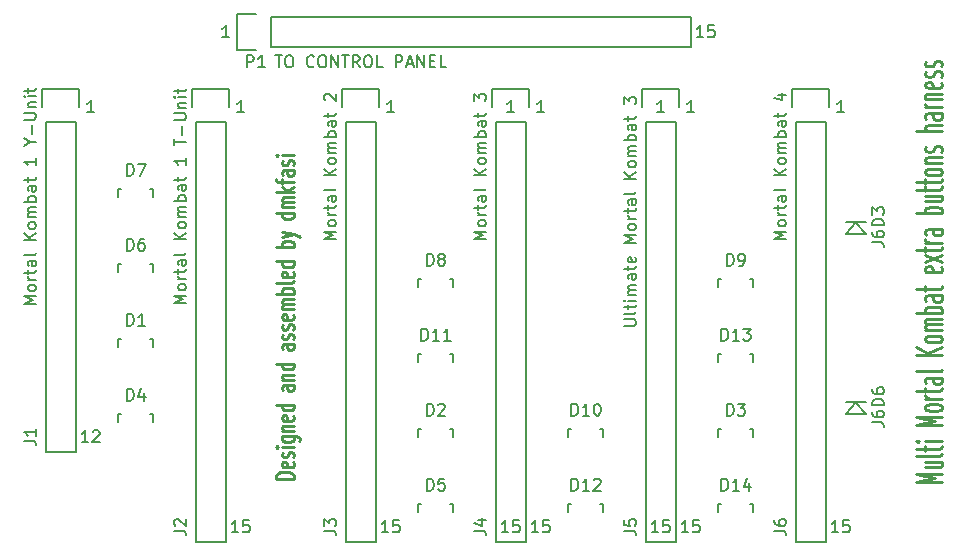
<source format=gto>
G04 #@! TF.FileFunction,Legend,Top*
%FSLAX46Y46*%
G04 Gerber Fmt 4.6, Leading zero omitted, Abs format (unit mm)*
G04 Created by KiCad (PCBNEW 4.0.2-4+6225~38~ubuntu15.10.1-stable) date Sun 27 Mar 2016 09:59:08 PM MSK*
%MOMM*%
G01*
G04 APERTURE LIST*
%ADD10C,0.020000*%
%ADD11C,0.200000*%
%ADD12C,0.250000*%
%ADD13C,0.150000*%
G04 APERTURE END LIST*
D10*
D11*
X141255715Y-108402381D02*
X140684286Y-108402381D01*
X140970000Y-108402381D02*
X140970000Y-107402381D01*
X140874762Y-107545238D01*
X140779524Y-107640476D01*
X140684286Y-107688095D01*
X128555715Y-108402381D02*
X127984286Y-108402381D01*
X128270000Y-108402381D02*
X128270000Y-107402381D01*
X128174762Y-107545238D01*
X128079524Y-107640476D01*
X127984286Y-107688095D01*
X140779524Y-143962381D02*
X140208095Y-143962381D01*
X140493809Y-143962381D02*
X140493809Y-142962381D01*
X140398571Y-143105238D01*
X140303333Y-143200476D01*
X140208095Y-143248095D01*
X141684286Y-142962381D02*
X141208095Y-142962381D01*
X141160476Y-143438571D01*
X141208095Y-143390952D01*
X141303333Y-143343333D01*
X141541429Y-143343333D01*
X141636667Y-143390952D01*
X141684286Y-143438571D01*
X141731905Y-143533810D01*
X141731905Y-143771905D01*
X141684286Y-143867143D01*
X141636667Y-143914762D01*
X141541429Y-143962381D01*
X141303333Y-143962381D01*
X141208095Y-143914762D01*
X141160476Y-143867143D01*
X128079524Y-143962381D02*
X127508095Y-143962381D01*
X127793809Y-143962381D02*
X127793809Y-142962381D01*
X127698571Y-143105238D01*
X127603333Y-143200476D01*
X127508095Y-143248095D01*
X128984286Y-142962381D02*
X128508095Y-142962381D01*
X128460476Y-143438571D01*
X128508095Y-143390952D01*
X128603333Y-143343333D01*
X128841429Y-143343333D01*
X128936667Y-143390952D01*
X128984286Y-143438571D01*
X129031905Y-143533810D01*
X129031905Y-143771905D01*
X128984286Y-143867143D01*
X128936667Y-143914762D01*
X128841429Y-143962381D01*
X128603333Y-143962381D01*
X128508095Y-143914762D01*
X128460476Y-143867143D01*
X142049524Y-102052381D02*
X141478095Y-102052381D01*
X141763809Y-102052381D02*
X141763809Y-101052381D01*
X141668571Y-101195238D01*
X141573333Y-101290476D01*
X141478095Y-101338095D01*
X142954286Y-101052381D02*
X142478095Y-101052381D01*
X142430476Y-101528571D01*
X142478095Y-101480952D01*
X142573333Y-101433333D01*
X142811429Y-101433333D01*
X142906667Y-101480952D01*
X142954286Y-101528571D01*
X143001905Y-101623810D01*
X143001905Y-101861905D01*
X142954286Y-101957143D01*
X142906667Y-102004762D01*
X142811429Y-102052381D01*
X142573333Y-102052381D01*
X142478095Y-102004762D01*
X142430476Y-101957143D01*
X101885715Y-102052381D02*
X101314286Y-102052381D01*
X101600000Y-102052381D02*
X101600000Y-101052381D01*
X101504762Y-101195238D01*
X101409524Y-101290476D01*
X101314286Y-101338095D01*
X153479524Y-143962381D02*
X152908095Y-143962381D01*
X153193809Y-143962381D02*
X153193809Y-142962381D01*
X153098571Y-143105238D01*
X153003333Y-143200476D01*
X152908095Y-143248095D01*
X154384286Y-142962381D02*
X153908095Y-142962381D01*
X153860476Y-143438571D01*
X153908095Y-143390952D01*
X154003333Y-143343333D01*
X154241429Y-143343333D01*
X154336667Y-143390952D01*
X154384286Y-143438571D01*
X154431905Y-143533810D01*
X154431905Y-143771905D01*
X154384286Y-143867143D01*
X154336667Y-143914762D01*
X154241429Y-143962381D01*
X154003333Y-143962381D01*
X153908095Y-143914762D01*
X153860476Y-143867143D01*
X138239524Y-143962381D02*
X137668095Y-143962381D01*
X137953809Y-143962381D02*
X137953809Y-142962381D01*
X137858571Y-143105238D01*
X137763333Y-143200476D01*
X137668095Y-143248095D01*
X139144286Y-142962381D02*
X138668095Y-142962381D01*
X138620476Y-143438571D01*
X138668095Y-143390952D01*
X138763333Y-143343333D01*
X139001429Y-143343333D01*
X139096667Y-143390952D01*
X139144286Y-143438571D01*
X139191905Y-143533810D01*
X139191905Y-143771905D01*
X139144286Y-143867143D01*
X139096667Y-143914762D01*
X139001429Y-143962381D01*
X138763333Y-143962381D01*
X138668095Y-143914762D01*
X138620476Y-143867143D01*
X125539524Y-143962381D02*
X124968095Y-143962381D01*
X125253809Y-143962381D02*
X125253809Y-142962381D01*
X125158571Y-143105238D01*
X125063333Y-143200476D01*
X124968095Y-143248095D01*
X126444286Y-142962381D02*
X125968095Y-142962381D01*
X125920476Y-143438571D01*
X125968095Y-143390952D01*
X126063333Y-143343333D01*
X126301429Y-143343333D01*
X126396667Y-143390952D01*
X126444286Y-143438571D01*
X126491905Y-143533810D01*
X126491905Y-143771905D01*
X126444286Y-143867143D01*
X126396667Y-143914762D01*
X126301429Y-143962381D01*
X126063333Y-143962381D01*
X125968095Y-143914762D01*
X125920476Y-143867143D01*
X115379524Y-143962381D02*
X114808095Y-143962381D01*
X115093809Y-143962381D02*
X115093809Y-142962381D01*
X114998571Y-143105238D01*
X114903333Y-143200476D01*
X114808095Y-143248095D01*
X116284286Y-142962381D02*
X115808095Y-142962381D01*
X115760476Y-143438571D01*
X115808095Y-143390952D01*
X115903333Y-143343333D01*
X116141429Y-143343333D01*
X116236667Y-143390952D01*
X116284286Y-143438571D01*
X116331905Y-143533810D01*
X116331905Y-143771905D01*
X116284286Y-143867143D01*
X116236667Y-143914762D01*
X116141429Y-143962381D01*
X115903333Y-143962381D01*
X115808095Y-143914762D01*
X115760476Y-143867143D01*
X153955715Y-108402381D02*
X153384286Y-108402381D01*
X153670000Y-108402381D02*
X153670000Y-107402381D01*
X153574762Y-107545238D01*
X153479524Y-107640476D01*
X153384286Y-107688095D01*
X138715715Y-108402381D02*
X138144286Y-108402381D01*
X138430000Y-108402381D02*
X138430000Y-107402381D01*
X138334762Y-107545238D01*
X138239524Y-107640476D01*
X138144286Y-107688095D01*
X126015715Y-108402381D02*
X125444286Y-108402381D01*
X125730000Y-108402381D02*
X125730000Y-107402381D01*
X125634762Y-107545238D01*
X125539524Y-107640476D01*
X125444286Y-107688095D01*
X115855715Y-108402381D02*
X115284286Y-108402381D01*
X115570000Y-108402381D02*
X115570000Y-107402381D01*
X115474762Y-107545238D01*
X115379524Y-107640476D01*
X115284286Y-107688095D01*
X102679524Y-143962381D02*
X102108095Y-143962381D01*
X102393809Y-143962381D02*
X102393809Y-142962381D01*
X102298571Y-143105238D01*
X102203333Y-143200476D01*
X102108095Y-143248095D01*
X103584286Y-142962381D02*
X103108095Y-142962381D01*
X103060476Y-143438571D01*
X103108095Y-143390952D01*
X103203333Y-143343333D01*
X103441429Y-143343333D01*
X103536667Y-143390952D01*
X103584286Y-143438571D01*
X103631905Y-143533810D01*
X103631905Y-143771905D01*
X103584286Y-143867143D01*
X103536667Y-143914762D01*
X103441429Y-143962381D01*
X103203333Y-143962381D01*
X103108095Y-143914762D01*
X103060476Y-143867143D01*
X103155715Y-108402381D02*
X102584286Y-108402381D01*
X102870000Y-108402381D02*
X102870000Y-107402381D01*
X102774762Y-107545238D01*
X102679524Y-107640476D01*
X102584286Y-107688095D01*
X89979524Y-136342381D02*
X89408095Y-136342381D01*
X89693809Y-136342381D02*
X89693809Y-135342381D01*
X89598571Y-135485238D01*
X89503333Y-135580476D01*
X89408095Y-135628095D01*
X90360476Y-135437619D02*
X90408095Y-135390000D01*
X90503333Y-135342381D01*
X90741429Y-135342381D01*
X90836667Y-135390000D01*
X90884286Y-135437619D01*
X90931905Y-135532857D01*
X90931905Y-135628095D01*
X90884286Y-135770952D01*
X90312857Y-136342381D01*
X90931905Y-136342381D01*
X90455715Y-108402381D02*
X89884286Y-108402381D01*
X90170000Y-108402381D02*
X90170000Y-107402381D01*
X90074762Y-107545238D01*
X89979524Y-107640476D01*
X89884286Y-107688095D01*
D12*
X107358571Y-139420478D02*
X105858571Y-139420478D01*
X105858571Y-139182383D01*
X105930000Y-139039525D01*
X106072857Y-138944287D01*
X106215714Y-138896668D01*
X106501429Y-138849049D01*
X106715714Y-138849049D01*
X107001429Y-138896668D01*
X107144286Y-138944287D01*
X107287143Y-139039525D01*
X107358571Y-139182383D01*
X107358571Y-139420478D01*
X107287143Y-138039525D02*
X107358571Y-138134763D01*
X107358571Y-138325240D01*
X107287143Y-138420478D01*
X107144286Y-138468097D01*
X106572857Y-138468097D01*
X106430000Y-138420478D01*
X106358571Y-138325240D01*
X106358571Y-138134763D01*
X106430000Y-138039525D01*
X106572857Y-137991906D01*
X106715714Y-137991906D01*
X106858571Y-138468097D01*
X107287143Y-137610954D02*
X107358571Y-137515716D01*
X107358571Y-137325240D01*
X107287143Y-137230001D01*
X107144286Y-137182382D01*
X107072857Y-137182382D01*
X106930000Y-137230001D01*
X106858571Y-137325240D01*
X106858571Y-137468097D01*
X106787143Y-137563335D01*
X106644286Y-137610954D01*
X106572857Y-137610954D01*
X106430000Y-137563335D01*
X106358571Y-137468097D01*
X106358571Y-137325240D01*
X106430000Y-137230001D01*
X107358571Y-136753811D02*
X106358571Y-136753811D01*
X105858571Y-136753811D02*
X105930000Y-136801430D01*
X106001429Y-136753811D01*
X105930000Y-136706192D01*
X105858571Y-136753811D01*
X106001429Y-136753811D01*
X106358571Y-135849049D02*
X107572857Y-135849049D01*
X107715714Y-135896668D01*
X107787143Y-135944287D01*
X107858571Y-136039526D01*
X107858571Y-136182383D01*
X107787143Y-136277621D01*
X107287143Y-135849049D02*
X107358571Y-135944287D01*
X107358571Y-136134764D01*
X107287143Y-136230002D01*
X107215714Y-136277621D01*
X107072857Y-136325240D01*
X106644286Y-136325240D01*
X106501429Y-136277621D01*
X106430000Y-136230002D01*
X106358571Y-136134764D01*
X106358571Y-135944287D01*
X106430000Y-135849049D01*
X106358571Y-135372859D02*
X107358571Y-135372859D01*
X106501429Y-135372859D02*
X106430000Y-135325240D01*
X106358571Y-135230002D01*
X106358571Y-135087144D01*
X106430000Y-134991906D01*
X106572857Y-134944287D01*
X107358571Y-134944287D01*
X107287143Y-134087144D02*
X107358571Y-134182382D01*
X107358571Y-134372859D01*
X107287143Y-134468097D01*
X107144286Y-134515716D01*
X106572857Y-134515716D01*
X106430000Y-134468097D01*
X106358571Y-134372859D01*
X106358571Y-134182382D01*
X106430000Y-134087144D01*
X106572857Y-134039525D01*
X106715714Y-134039525D01*
X106858571Y-134515716D01*
X107358571Y-133182382D02*
X105858571Y-133182382D01*
X107287143Y-133182382D02*
X107358571Y-133277620D01*
X107358571Y-133468097D01*
X107287143Y-133563335D01*
X107215714Y-133610954D01*
X107072857Y-133658573D01*
X106644286Y-133658573D01*
X106501429Y-133610954D01*
X106430000Y-133563335D01*
X106358571Y-133468097D01*
X106358571Y-133277620D01*
X106430000Y-133182382D01*
X107358571Y-131515715D02*
X106572857Y-131515715D01*
X106430000Y-131563334D01*
X106358571Y-131658572D01*
X106358571Y-131849049D01*
X106430000Y-131944287D01*
X107287143Y-131515715D02*
X107358571Y-131610953D01*
X107358571Y-131849049D01*
X107287143Y-131944287D01*
X107144286Y-131991906D01*
X107001429Y-131991906D01*
X106858571Y-131944287D01*
X106787143Y-131849049D01*
X106787143Y-131610953D01*
X106715714Y-131515715D01*
X106358571Y-131039525D02*
X107358571Y-131039525D01*
X106501429Y-131039525D02*
X106430000Y-130991906D01*
X106358571Y-130896668D01*
X106358571Y-130753810D01*
X106430000Y-130658572D01*
X106572857Y-130610953D01*
X107358571Y-130610953D01*
X107358571Y-129706191D02*
X105858571Y-129706191D01*
X107287143Y-129706191D02*
X107358571Y-129801429D01*
X107358571Y-129991906D01*
X107287143Y-130087144D01*
X107215714Y-130134763D01*
X107072857Y-130182382D01*
X106644286Y-130182382D01*
X106501429Y-130134763D01*
X106430000Y-130087144D01*
X106358571Y-129991906D01*
X106358571Y-129801429D01*
X106430000Y-129706191D01*
X107358571Y-128039524D02*
X106572857Y-128039524D01*
X106430000Y-128087143D01*
X106358571Y-128182381D01*
X106358571Y-128372858D01*
X106430000Y-128468096D01*
X107287143Y-128039524D02*
X107358571Y-128134762D01*
X107358571Y-128372858D01*
X107287143Y-128468096D01*
X107144286Y-128515715D01*
X107001429Y-128515715D01*
X106858571Y-128468096D01*
X106787143Y-128372858D01*
X106787143Y-128134762D01*
X106715714Y-128039524D01*
X107287143Y-127610953D02*
X107358571Y-127515715D01*
X107358571Y-127325239D01*
X107287143Y-127230000D01*
X107144286Y-127182381D01*
X107072857Y-127182381D01*
X106930000Y-127230000D01*
X106858571Y-127325239D01*
X106858571Y-127468096D01*
X106787143Y-127563334D01*
X106644286Y-127610953D01*
X106572857Y-127610953D01*
X106430000Y-127563334D01*
X106358571Y-127468096D01*
X106358571Y-127325239D01*
X106430000Y-127230000D01*
X107287143Y-126801429D02*
X107358571Y-126706191D01*
X107358571Y-126515715D01*
X107287143Y-126420476D01*
X107144286Y-126372857D01*
X107072857Y-126372857D01*
X106930000Y-126420476D01*
X106858571Y-126515715D01*
X106858571Y-126658572D01*
X106787143Y-126753810D01*
X106644286Y-126801429D01*
X106572857Y-126801429D01*
X106430000Y-126753810D01*
X106358571Y-126658572D01*
X106358571Y-126515715D01*
X106430000Y-126420476D01*
X107287143Y-125563333D02*
X107358571Y-125658571D01*
X107358571Y-125849048D01*
X107287143Y-125944286D01*
X107144286Y-125991905D01*
X106572857Y-125991905D01*
X106430000Y-125944286D01*
X106358571Y-125849048D01*
X106358571Y-125658571D01*
X106430000Y-125563333D01*
X106572857Y-125515714D01*
X106715714Y-125515714D01*
X106858571Y-125991905D01*
X107358571Y-125087143D02*
X106358571Y-125087143D01*
X106501429Y-125087143D02*
X106430000Y-125039524D01*
X106358571Y-124944286D01*
X106358571Y-124801428D01*
X106430000Y-124706190D01*
X106572857Y-124658571D01*
X107358571Y-124658571D01*
X106572857Y-124658571D02*
X106430000Y-124610952D01*
X106358571Y-124515714D01*
X106358571Y-124372857D01*
X106430000Y-124277619D01*
X106572857Y-124230000D01*
X107358571Y-124230000D01*
X107358571Y-123753810D02*
X105858571Y-123753810D01*
X106430000Y-123753810D02*
X106358571Y-123658572D01*
X106358571Y-123468095D01*
X106430000Y-123372857D01*
X106501429Y-123325238D01*
X106644286Y-123277619D01*
X107072857Y-123277619D01*
X107215714Y-123325238D01*
X107287143Y-123372857D01*
X107358571Y-123468095D01*
X107358571Y-123658572D01*
X107287143Y-123753810D01*
X107358571Y-122706191D02*
X107287143Y-122801429D01*
X107144286Y-122849048D01*
X105858571Y-122849048D01*
X107287143Y-121944285D02*
X107358571Y-122039523D01*
X107358571Y-122230000D01*
X107287143Y-122325238D01*
X107144286Y-122372857D01*
X106572857Y-122372857D01*
X106430000Y-122325238D01*
X106358571Y-122230000D01*
X106358571Y-122039523D01*
X106430000Y-121944285D01*
X106572857Y-121896666D01*
X106715714Y-121896666D01*
X106858571Y-122372857D01*
X107358571Y-121039523D02*
X105858571Y-121039523D01*
X107287143Y-121039523D02*
X107358571Y-121134761D01*
X107358571Y-121325238D01*
X107287143Y-121420476D01*
X107215714Y-121468095D01*
X107072857Y-121515714D01*
X106644286Y-121515714D01*
X106501429Y-121468095D01*
X106430000Y-121420476D01*
X106358571Y-121325238D01*
X106358571Y-121134761D01*
X106430000Y-121039523D01*
X107358571Y-119801428D02*
X105858571Y-119801428D01*
X106430000Y-119801428D02*
X106358571Y-119706190D01*
X106358571Y-119515713D01*
X106430000Y-119420475D01*
X106501429Y-119372856D01*
X106644286Y-119325237D01*
X107072857Y-119325237D01*
X107215714Y-119372856D01*
X107287143Y-119420475D01*
X107358571Y-119515713D01*
X107358571Y-119706190D01*
X107287143Y-119801428D01*
X106358571Y-118991904D02*
X107358571Y-118753809D01*
X106358571Y-118515713D02*
X107358571Y-118753809D01*
X107715714Y-118849047D01*
X107787143Y-118896666D01*
X107858571Y-118991904D01*
X107358571Y-116944284D02*
X105858571Y-116944284D01*
X107287143Y-116944284D02*
X107358571Y-117039522D01*
X107358571Y-117229999D01*
X107287143Y-117325237D01*
X107215714Y-117372856D01*
X107072857Y-117420475D01*
X106644286Y-117420475D01*
X106501429Y-117372856D01*
X106430000Y-117325237D01*
X106358571Y-117229999D01*
X106358571Y-117039522D01*
X106430000Y-116944284D01*
X107358571Y-116468094D02*
X106358571Y-116468094D01*
X106501429Y-116468094D02*
X106430000Y-116420475D01*
X106358571Y-116325237D01*
X106358571Y-116182379D01*
X106430000Y-116087141D01*
X106572857Y-116039522D01*
X107358571Y-116039522D01*
X106572857Y-116039522D02*
X106430000Y-115991903D01*
X106358571Y-115896665D01*
X106358571Y-115753808D01*
X106430000Y-115658570D01*
X106572857Y-115610951D01*
X107358571Y-115610951D01*
X107358571Y-115134761D02*
X105858571Y-115134761D01*
X106787143Y-115039523D02*
X107358571Y-114753808D01*
X106358571Y-114753808D02*
X106930000Y-115134761D01*
X106358571Y-114468094D02*
X106358571Y-114087142D01*
X107358571Y-114325237D02*
X106072857Y-114325237D01*
X105930000Y-114277618D01*
X105858571Y-114182380D01*
X105858571Y-114087142D01*
X107358571Y-113325236D02*
X106572857Y-113325236D01*
X106430000Y-113372855D01*
X106358571Y-113468093D01*
X106358571Y-113658570D01*
X106430000Y-113753808D01*
X107287143Y-113325236D02*
X107358571Y-113420474D01*
X107358571Y-113658570D01*
X107287143Y-113753808D01*
X107144286Y-113801427D01*
X107001429Y-113801427D01*
X106858571Y-113753808D01*
X106787143Y-113658570D01*
X106787143Y-113420474D01*
X106715714Y-113325236D01*
X107287143Y-112896665D02*
X107358571Y-112801427D01*
X107358571Y-112610951D01*
X107287143Y-112515712D01*
X107144286Y-112468093D01*
X107072857Y-112468093D01*
X106930000Y-112515712D01*
X106858571Y-112610951D01*
X106858571Y-112753808D01*
X106787143Y-112849046D01*
X106644286Y-112896665D01*
X106572857Y-112896665D01*
X106430000Y-112849046D01*
X106358571Y-112753808D01*
X106358571Y-112610951D01*
X106430000Y-112515712D01*
X107358571Y-112039522D02*
X106358571Y-112039522D01*
X105858571Y-112039522D02*
X105930000Y-112087141D01*
X106001429Y-112039522D01*
X105930000Y-111991903D01*
X105858571Y-112039522D01*
X106001429Y-112039522D01*
X162285238Y-139729520D02*
X160085238Y-139729520D01*
X161656667Y-139362854D01*
X160085238Y-138996187D01*
X162285238Y-138996187D01*
X160818571Y-138000949D02*
X162285238Y-138000949D01*
X160818571Y-138472377D02*
X161970952Y-138472377D01*
X162180476Y-138419996D01*
X162285238Y-138315234D01*
X162285238Y-138158092D01*
X162180476Y-138053330D01*
X162075714Y-138000949D01*
X162285238Y-137319996D02*
X162180476Y-137424758D01*
X161970952Y-137477139D01*
X160085238Y-137477139D01*
X160818571Y-137058092D02*
X160818571Y-136639044D01*
X160085238Y-136900949D02*
X161970952Y-136900949D01*
X162180476Y-136848568D01*
X162285238Y-136743806D01*
X162285238Y-136639044D01*
X162285238Y-136272378D02*
X160818571Y-136272378D01*
X160085238Y-136272378D02*
X160190000Y-136324759D01*
X160294762Y-136272378D01*
X160190000Y-136219997D01*
X160085238Y-136272378D01*
X160294762Y-136272378D01*
X162285238Y-134910473D02*
X160085238Y-134910473D01*
X161656667Y-134543807D01*
X160085238Y-134177140D01*
X162285238Y-134177140D01*
X162285238Y-133496187D02*
X162180476Y-133600949D01*
X162075714Y-133653330D01*
X161866190Y-133705711D01*
X161237619Y-133705711D01*
X161028095Y-133653330D01*
X160923333Y-133600949D01*
X160818571Y-133496187D01*
X160818571Y-133339045D01*
X160923333Y-133234283D01*
X161028095Y-133181902D01*
X161237619Y-133129521D01*
X161866190Y-133129521D01*
X162075714Y-133181902D01*
X162180476Y-133234283D01*
X162285238Y-133339045D01*
X162285238Y-133496187D01*
X162285238Y-132658092D02*
X160818571Y-132658092D01*
X161237619Y-132658092D02*
X161028095Y-132605711D01*
X160923333Y-132553330D01*
X160818571Y-132448568D01*
X160818571Y-132343807D01*
X160818571Y-132134283D02*
X160818571Y-131715235D01*
X160085238Y-131977140D02*
X161970952Y-131977140D01*
X162180476Y-131924759D01*
X162285238Y-131819997D01*
X162285238Y-131715235D01*
X162285238Y-130877141D02*
X161132857Y-130877141D01*
X160923333Y-130929522D01*
X160818571Y-131034284D01*
X160818571Y-131243807D01*
X160923333Y-131348569D01*
X162180476Y-130877141D02*
X162285238Y-130981903D01*
X162285238Y-131243807D01*
X162180476Y-131348569D01*
X161970952Y-131400950D01*
X161761429Y-131400950D01*
X161551905Y-131348569D01*
X161447143Y-131243807D01*
X161447143Y-130981903D01*
X161342381Y-130877141D01*
X162285238Y-130196188D02*
X162180476Y-130300950D01*
X161970952Y-130353331D01*
X160085238Y-130353331D01*
X162285238Y-128939046D02*
X160085238Y-128939046D01*
X162285238Y-128310475D02*
X161028095Y-128781903D01*
X160085238Y-128310475D02*
X161342381Y-128939046D01*
X162285238Y-127681903D02*
X162180476Y-127786665D01*
X162075714Y-127839046D01*
X161866190Y-127891427D01*
X161237619Y-127891427D01*
X161028095Y-127839046D01*
X160923333Y-127786665D01*
X160818571Y-127681903D01*
X160818571Y-127524761D01*
X160923333Y-127419999D01*
X161028095Y-127367618D01*
X161237619Y-127315237D01*
X161866190Y-127315237D01*
X162075714Y-127367618D01*
X162180476Y-127419999D01*
X162285238Y-127524761D01*
X162285238Y-127681903D01*
X162285238Y-126843808D02*
X160818571Y-126843808D01*
X161028095Y-126843808D02*
X160923333Y-126791427D01*
X160818571Y-126686665D01*
X160818571Y-126529523D01*
X160923333Y-126424761D01*
X161132857Y-126372380D01*
X162285238Y-126372380D01*
X161132857Y-126372380D02*
X160923333Y-126319999D01*
X160818571Y-126215237D01*
X160818571Y-126058094D01*
X160923333Y-125953332D01*
X161132857Y-125900951D01*
X162285238Y-125900951D01*
X162285238Y-125377141D02*
X160085238Y-125377141D01*
X160923333Y-125377141D02*
X160818571Y-125272379D01*
X160818571Y-125062856D01*
X160923333Y-124958094D01*
X161028095Y-124905713D01*
X161237619Y-124853332D01*
X161866190Y-124853332D01*
X162075714Y-124905713D01*
X162180476Y-124958094D01*
X162285238Y-125062856D01*
X162285238Y-125272379D01*
X162180476Y-125377141D01*
X162285238Y-123910475D02*
X161132857Y-123910475D01*
X160923333Y-123962856D01*
X160818571Y-124067618D01*
X160818571Y-124277141D01*
X160923333Y-124381903D01*
X162180476Y-123910475D02*
X162285238Y-124015237D01*
X162285238Y-124277141D01*
X162180476Y-124381903D01*
X161970952Y-124434284D01*
X161761429Y-124434284D01*
X161551905Y-124381903D01*
X161447143Y-124277141D01*
X161447143Y-124015237D01*
X161342381Y-123910475D01*
X160818571Y-123543808D02*
X160818571Y-123124760D01*
X160085238Y-123386665D02*
X161970952Y-123386665D01*
X162180476Y-123334284D01*
X162285238Y-123229522D01*
X162285238Y-123124760D01*
X162180476Y-121500952D02*
X162285238Y-121605714D01*
X162285238Y-121815237D01*
X162180476Y-121919999D01*
X161970952Y-121972380D01*
X161132857Y-121972380D01*
X160923333Y-121919999D01*
X160818571Y-121815237D01*
X160818571Y-121605714D01*
X160923333Y-121500952D01*
X161132857Y-121448571D01*
X161342381Y-121448571D01*
X161551905Y-121972380D01*
X162285238Y-121081904D02*
X160818571Y-120505714D01*
X160818571Y-121081904D02*
X162285238Y-120505714D01*
X160818571Y-120243809D02*
X160818571Y-119824761D01*
X160085238Y-120086666D02*
X161970952Y-120086666D01*
X162180476Y-120034285D01*
X162285238Y-119929523D01*
X162285238Y-119824761D01*
X162285238Y-119458095D02*
X160818571Y-119458095D01*
X161237619Y-119458095D02*
X161028095Y-119405714D01*
X160923333Y-119353333D01*
X160818571Y-119248571D01*
X160818571Y-119143810D01*
X162285238Y-118305715D02*
X161132857Y-118305715D01*
X160923333Y-118358096D01*
X160818571Y-118462858D01*
X160818571Y-118672381D01*
X160923333Y-118777143D01*
X162180476Y-118305715D02*
X162285238Y-118410477D01*
X162285238Y-118672381D01*
X162180476Y-118777143D01*
X161970952Y-118829524D01*
X161761429Y-118829524D01*
X161551905Y-118777143D01*
X161447143Y-118672381D01*
X161447143Y-118410477D01*
X161342381Y-118305715D01*
X162285238Y-116943810D02*
X160085238Y-116943810D01*
X160923333Y-116943810D02*
X160818571Y-116839048D01*
X160818571Y-116629525D01*
X160923333Y-116524763D01*
X161028095Y-116472382D01*
X161237619Y-116420001D01*
X161866190Y-116420001D01*
X162075714Y-116472382D01*
X162180476Y-116524763D01*
X162285238Y-116629525D01*
X162285238Y-116839048D01*
X162180476Y-116943810D01*
X160818571Y-115477144D02*
X162285238Y-115477144D01*
X160818571Y-115948572D02*
X161970952Y-115948572D01*
X162180476Y-115896191D01*
X162285238Y-115791429D01*
X162285238Y-115634287D01*
X162180476Y-115529525D01*
X162075714Y-115477144D01*
X160818571Y-115110477D02*
X160818571Y-114691429D01*
X160085238Y-114953334D02*
X161970952Y-114953334D01*
X162180476Y-114900953D01*
X162285238Y-114796191D01*
X162285238Y-114691429D01*
X160818571Y-114481906D02*
X160818571Y-114062858D01*
X160085238Y-114324763D02*
X161970952Y-114324763D01*
X162180476Y-114272382D01*
X162285238Y-114167620D01*
X162285238Y-114062858D01*
X162285238Y-113539049D02*
X162180476Y-113643811D01*
X162075714Y-113696192D01*
X161866190Y-113748573D01*
X161237619Y-113748573D01*
X161028095Y-113696192D01*
X160923333Y-113643811D01*
X160818571Y-113539049D01*
X160818571Y-113381907D01*
X160923333Y-113277145D01*
X161028095Y-113224764D01*
X161237619Y-113172383D01*
X161866190Y-113172383D01*
X162075714Y-113224764D01*
X162180476Y-113277145D01*
X162285238Y-113381907D01*
X162285238Y-113539049D01*
X160818571Y-112700954D02*
X162285238Y-112700954D01*
X161028095Y-112700954D02*
X160923333Y-112648573D01*
X160818571Y-112543811D01*
X160818571Y-112386669D01*
X160923333Y-112281907D01*
X161132857Y-112229526D01*
X162285238Y-112229526D01*
X162180476Y-111758097D02*
X162285238Y-111653335D01*
X162285238Y-111443811D01*
X162180476Y-111339050D01*
X161970952Y-111286669D01*
X161866190Y-111286669D01*
X161656667Y-111339050D01*
X161551905Y-111443811D01*
X161551905Y-111600954D01*
X161447143Y-111705716D01*
X161237619Y-111758097D01*
X161132857Y-111758097D01*
X160923333Y-111705716D01*
X160818571Y-111600954D01*
X160818571Y-111443811D01*
X160923333Y-111339050D01*
X162285238Y-109977145D02*
X160085238Y-109977145D01*
X162285238Y-109505717D02*
X161132857Y-109505717D01*
X160923333Y-109558098D01*
X160818571Y-109662860D01*
X160818571Y-109820002D01*
X160923333Y-109924764D01*
X161028095Y-109977145D01*
X162285238Y-108510479D02*
X161132857Y-108510479D01*
X160923333Y-108562860D01*
X160818571Y-108667622D01*
X160818571Y-108877145D01*
X160923333Y-108981907D01*
X162180476Y-108510479D02*
X162285238Y-108615241D01*
X162285238Y-108877145D01*
X162180476Y-108981907D01*
X161970952Y-109034288D01*
X161761429Y-109034288D01*
X161551905Y-108981907D01*
X161447143Y-108877145D01*
X161447143Y-108615241D01*
X161342381Y-108510479D01*
X162285238Y-107986669D02*
X160818571Y-107986669D01*
X161237619Y-107986669D02*
X161028095Y-107934288D01*
X160923333Y-107881907D01*
X160818571Y-107777145D01*
X160818571Y-107672384D01*
X160818571Y-107305717D02*
X162285238Y-107305717D01*
X161028095Y-107305717D02*
X160923333Y-107253336D01*
X160818571Y-107148574D01*
X160818571Y-106991432D01*
X160923333Y-106886670D01*
X161132857Y-106834289D01*
X162285238Y-106834289D01*
X162180476Y-105891432D02*
X162285238Y-105996194D01*
X162285238Y-106205717D01*
X162180476Y-106310479D01*
X161970952Y-106362860D01*
X161132857Y-106362860D01*
X160923333Y-106310479D01*
X160818571Y-106205717D01*
X160818571Y-105996194D01*
X160923333Y-105891432D01*
X161132857Y-105839051D01*
X161342381Y-105839051D01*
X161551905Y-106362860D01*
X162180476Y-105420003D02*
X162285238Y-105315241D01*
X162285238Y-105105717D01*
X162180476Y-105000956D01*
X161970952Y-104948575D01*
X161866190Y-104948575D01*
X161656667Y-105000956D01*
X161551905Y-105105717D01*
X161551905Y-105262860D01*
X161447143Y-105367622D01*
X161237619Y-105420003D01*
X161132857Y-105420003D01*
X160923333Y-105367622D01*
X160818571Y-105262860D01*
X160818571Y-105105717D01*
X160923333Y-105000956D01*
X162180476Y-104529527D02*
X162285238Y-104424765D01*
X162285238Y-104215241D01*
X162180476Y-104110480D01*
X161970952Y-104058099D01*
X161866190Y-104058099D01*
X161656667Y-104110480D01*
X161551905Y-104215241D01*
X161551905Y-104372384D01*
X161447143Y-104477146D01*
X161237619Y-104529527D01*
X161132857Y-104529527D01*
X160923333Y-104477146D01*
X160818571Y-104372384D01*
X160818571Y-104215241D01*
X160923333Y-104110480D01*
D13*
X124460000Y-109220000D02*
X124460000Y-144780000D01*
X124460000Y-144780000D02*
X127000000Y-144780000D01*
X127000000Y-144780000D02*
X127000000Y-109220000D01*
X127280000Y-106400000D02*
X127280000Y-107950000D01*
X127000000Y-109220000D02*
X124460000Y-109220000D01*
X124180000Y-107950000D02*
X124180000Y-106400000D01*
X124180000Y-106400000D02*
X127280000Y-106400000D01*
X137160000Y-109220000D02*
X137160000Y-144780000D01*
X137160000Y-144780000D02*
X139700000Y-144780000D01*
X139700000Y-144780000D02*
X139700000Y-109220000D01*
X139980000Y-106400000D02*
X139980000Y-107950000D01*
X139700000Y-109220000D02*
X137160000Y-109220000D01*
X136880000Y-107950000D02*
X136880000Y-106400000D01*
X136880000Y-106400000D02*
X139980000Y-106400000D01*
X99060000Y-109220000D02*
X99060000Y-144780000D01*
X99060000Y-144780000D02*
X101600000Y-144780000D01*
X101600000Y-144780000D02*
X101600000Y-109220000D01*
X101880000Y-106400000D02*
X101880000Y-107950000D01*
X101600000Y-109220000D02*
X99060000Y-109220000D01*
X98780000Y-107950000D02*
X98780000Y-106400000D01*
X98780000Y-106400000D02*
X101880000Y-106400000D01*
X88900000Y-109220000D02*
X88900000Y-137160000D01*
X88900000Y-137160000D02*
X86360000Y-137160000D01*
X86360000Y-137160000D02*
X86360000Y-109220000D01*
X89180000Y-106400000D02*
X89180000Y-107950000D01*
X88900000Y-109220000D02*
X86360000Y-109220000D01*
X86080000Y-107950000D02*
X86080000Y-106400000D01*
X86080000Y-106400000D02*
X89180000Y-106400000D01*
X111760000Y-109220000D02*
X111760000Y-144780000D01*
X111760000Y-144780000D02*
X114300000Y-144780000D01*
X114300000Y-144780000D02*
X114300000Y-109220000D01*
X114580000Y-106400000D02*
X114580000Y-107950000D01*
X114300000Y-109220000D02*
X111760000Y-109220000D01*
X111480000Y-107950000D02*
X111480000Y-106400000D01*
X111480000Y-106400000D02*
X114580000Y-106400000D01*
X149860000Y-109220000D02*
X149860000Y-144780000D01*
X149860000Y-144780000D02*
X152400000Y-144780000D01*
X152400000Y-144780000D02*
X152400000Y-109220000D01*
X152680000Y-106400000D02*
X152680000Y-107950000D01*
X152400000Y-109220000D02*
X149860000Y-109220000D01*
X149580000Y-107950000D02*
X149580000Y-106400000D01*
X149580000Y-106400000D02*
X152680000Y-106400000D01*
X95279160Y-127619760D02*
X95230900Y-127619760D01*
X92480180Y-128320800D02*
X92480180Y-127619760D01*
X92480180Y-127619760D02*
X92729100Y-127619760D01*
X95279160Y-127619760D02*
X95479820Y-127619760D01*
X95479820Y-127619760D02*
X95479820Y-128320800D01*
X120679160Y-135239760D02*
X120630900Y-135239760D01*
X117880180Y-135940800D02*
X117880180Y-135239760D01*
X117880180Y-135239760D02*
X118129100Y-135239760D01*
X120679160Y-135239760D02*
X120879820Y-135239760D01*
X120879820Y-135239760D02*
X120879820Y-135940800D01*
X146079160Y-135239760D02*
X146030900Y-135239760D01*
X143280180Y-135940800D02*
X143280180Y-135239760D01*
X143280180Y-135239760D02*
X143529100Y-135239760D01*
X146079160Y-135239760D02*
X146279820Y-135239760D01*
X146279820Y-135239760D02*
X146279820Y-135940800D01*
X95279160Y-133969760D02*
X95230900Y-133969760D01*
X92480180Y-134670800D02*
X92480180Y-133969760D01*
X92480180Y-133969760D02*
X92729100Y-133969760D01*
X95279160Y-133969760D02*
X95479820Y-133969760D01*
X95479820Y-133969760D02*
X95479820Y-134670800D01*
X120679160Y-141589760D02*
X120630900Y-141589760D01*
X117880180Y-142290800D02*
X117880180Y-141589760D01*
X117880180Y-141589760D02*
X118129100Y-141589760D01*
X120679160Y-141589760D02*
X120879820Y-141589760D01*
X120879820Y-141589760D02*
X120879820Y-142290800D01*
X95279160Y-121269760D02*
X95230900Y-121269760D01*
X92480180Y-121970800D02*
X92480180Y-121269760D01*
X92480180Y-121269760D02*
X92729100Y-121269760D01*
X95279160Y-121269760D02*
X95479820Y-121269760D01*
X95479820Y-121269760D02*
X95479820Y-121970800D01*
X95279160Y-114919760D02*
X95230900Y-114919760D01*
X92480180Y-115620800D02*
X92480180Y-114919760D01*
X92480180Y-114919760D02*
X92729100Y-114919760D01*
X95279160Y-114919760D02*
X95479820Y-114919760D01*
X95479820Y-114919760D02*
X95479820Y-115620800D01*
X120679160Y-122539760D02*
X120630900Y-122539760D01*
X117880180Y-123240800D02*
X117880180Y-122539760D01*
X117880180Y-122539760D02*
X118129100Y-122539760D01*
X120679160Y-122539760D02*
X120879820Y-122539760D01*
X120879820Y-122539760D02*
X120879820Y-123240800D01*
X146079160Y-122539760D02*
X146030900Y-122539760D01*
X143280180Y-123240800D02*
X143280180Y-122539760D01*
X143280180Y-122539760D02*
X143529100Y-122539760D01*
X146079160Y-122539760D02*
X146279820Y-122539760D01*
X146279820Y-122539760D02*
X146279820Y-123240800D01*
X133379160Y-135239760D02*
X133330900Y-135239760D01*
X130580180Y-135940800D02*
X130580180Y-135239760D01*
X130580180Y-135239760D02*
X130829100Y-135239760D01*
X133379160Y-135239760D02*
X133579820Y-135239760D01*
X133579820Y-135239760D02*
X133579820Y-135940800D01*
X120679160Y-128889760D02*
X120630900Y-128889760D01*
X117880180Y-129590800D02*
X117880180Y-128889760D01*
X117880180Y-128889760D02*
X118129100Y-128889760D01*
X120679160Y-128889760D02*
X120879820Y-128889760D01*
X120879820Y-128889760D02*
X120879820Y-129590800D01*
X133379160Y-141589760D02*
X133330900Y-141589760D01*
X130580180Y-142290800D02*
X130580180Y-141589760D01*
X130580180Y-141589760D02*
X130829100Y-141589760D01*
X133379160Y-141589760D02*
X133579820Y-141589760D01*
X133579820Y-141589760D02*
X133579820Y-142290800D01*
X146079160Y-128889760D02*
X146030900Y-128889760D01*
X143280180Y-129590800D02*
X143280180Y-128889760D01*
X143280180Y-128889760D02*
X143529100Y-128889760D01*
X146079160Y-128889760D02*
X146279820Y-128889760D01*
X146279820Y-128889760D02*
X146279820Y-129590800D01*
X146079160Y-141589760D02*
X146030900Y-141589760D01*
X143280180Y-142290800D02*
X143280180Y-141589760D01*
X143280180Y-141589760D02*
X143529100Y-141589760D01*
X146079160Y-141589760D02*
X146279820Y-141589760D01*
X146279820Y-141589760D02*
X146279820Y-142290800D01*
X154889200Y-117709760D02*
X155790000Y-118710520D01*
X155790000Y-118710520D02*
X154090000Y-118710520D01*
X154090000Y-118710520D02*
X154940000Y-117709760D01*
X155790000Y-117709760D02*
X154090000Y-117709760D01*
X154889200Y-132949760D02*
X155790000Y-133950520D01*
X155790000Y-133950520D02*
X154090000Y-133950520D01*
X154090000Y-133950520D02*
X154940000Y-132949760D01*
X155790000Y-132949760D02*
X154090000Y-132949760D01*
X105410000Y-102870000D02*
X140970000Y-102870000D01*
X140970000Y-102870000D02*
X140970000Y-100330000D01*
X140970000Y-100330000D02*
X105410000Y-100330000D01*
X102590000Y-100050000D02*
X104140000Y-100050000D01*
X105410000Y-100330000D02*
X105410000Y-102870000D01*
X104140000Y-103150000D02*
X102590000Y-103150000D01*
X102590000Y-103150000D02*
X102590000Y-100050000D01*
D11*
X122642381Y-143843333D02*
X123356667Y-143843333D01*
X123499524Y-143890953D01*
X123594762Y-143986191D01*
X123642381Y-144129048D01*
X123642381Y-144224286D01*
X122975714Y-142938571D02*
X123642381Y-142938571D01*
X122594762Y-143176667D02*
X123309048Y-143414762D01*
X123309048Y-142795714D01*
X123642381Y-119172858D02*
X122642381Y-119172858D01*
X123356667Y-118839524D01*
X122642381Y-118506191D01*
X123642381Y-118506191D01*
X123642381Y-117887144D02*
X123594762Y-117982382D01*
X123547143Y-118030001D01*
X123451905Y-118077620D01*
X123166190Y-118077620D01*
X123070952Y-118030001D01*
X123023333Y-117982382D01*
X122975714Y-117887144D01*
X122975714Y-117744286D01*
X123023333Y-117649048D01*
X123070952Y-117601429D01*
X123166190Y-117553810D01*
X123451905Y-117553810D01*
X123547143Y-117601429D01*
X123594762Y-117649048D01*
X123642381Y-117744286D01*
X123642381Y-117887144D01*
X123642381Y-117125239D02*
X122975714Y-117125239D01*
X123166190Y-117125239D02*
X123070952Y-117077620D01*
X123023333Y-117030001D01*
X122975714Y-116934763D01*
X122975714Y-116839524D01*
X122975714Y-116649048D02*
X122975714Y-116268096D01*
X122642381Y-116506191D02*
X123499524Y-116506191D01*
X123594762Y-116458572D01*
X123642381Y-116363334D01*
X123642381Y-116268096D01*
X123642381Y-115506190D02*
X123118571Y-115506190D01*
X123023333Y-115553809D01*
X122975714Y-115649047D01*
X122975714Y-115839524D01*
X123023333Y-115934762D01*
X123594762Y-115506190D02*
X123642381Y-115601428D01*
X123642381Y-115839524D01*
X123594762Y-115934762D01*
X123499524Y-115982381D01*
X123404286Y-115982381D01*
X123309048Y-115934762D01*
X123261429Y-115839524D01*
X123261429Y-115601428D01*
X123213810Y-115506190D01*
X123642381Y-114887143D02*
X123594762Y-114982381D01*
X123499524Y-115030000D01*
X122642381Y-115030000D01*
X123642381Y-113744285D02*
X122642381Y-113744285D01*
X123642381Y-113172856D02*
X123070952Y-113601428D01*
X122642381Y-113172856D02*
X123213810Y-113744285D01*
X123642381Y-112601428D02*
X123594762Y-112696666D01*
X123547143Y-112744285D01*
X123451905Y-112791904D01*
X123166190Y-112791904D01*
X123070952Y-112744285D01*
X123023333Y-112696666D01*
X122975714Y-112601428D01*
X122975714Y-112458570D01*
X123023333Y-112363332D01*
X123070952Y-112315713D01*
X123166190Y-112268094D01*
X123451905Y-112268094D01*
X123547143Y-112315713D01*
X123594762Y-112363332D01*
X123642381Y-112458570D01*
X123642381Y-112601428D01*
X123642381Y-111839523D02*
X122975714Y-111839523D01*
X123070952Y-111839523D02*
X123023333Y-111791904D01*
X122975714Y-111696666D01*
X122975714Y-111553808D01*
X123023333Y-111458570D01*
X123118571Y-111410951D01*
X123642381Y-111410951D01*
X123118571Y-111410951D02*
X123023333Y-111363332D01*
X122975714Y-111268094D01*
X122975714Y-111125237D01*
X123023333Y-111029999D01*
X123118571Y-110982380D01*
X123642381Y-110982380D01*
X123642381Y-110506190D02*
X122642381Y-110506190D01*
X123023333Y-110506190D02*
X122975714Y-110410952D01*
X122975714Y-110220475D01*
X123023333Y-110125237D01*
X123070952Y-110077618D01*
X123166190Y-110029999D01*
X123451905Y-110029999D01*
X123547143Y-110077618D01*
X123594762Y-110125237D01*
X123642381Y-110220475D01*
X123642381Y-110410952D01*
X123594762Y-110506190D01*
X123642381Y-109172856D02*
X123118571Y-109172856D01*
X123023333Y-109220475D01*
X122975714Y-109315713D01*
X122975714Y-109506190D01*
X123023333Y-109601428D01*
X123594762Y-109172856D02*
X123642381Y-109268094D01*
X123642381Y-109506190D01*
X123594762Y-109601428D01*
X123499524Y-109649047D01*
X123404286Y-109649047D01*
X123309048Y-109601428D01*
X123261429Y-109506190D01*
X123261429Y-109268094D01*
X123213810Y-109172856D01*
X122975714Y-108839523D02*
X122975714Y-108458571D01*
X122642381Y-108696666D02*
X123499524Y-108696666D01*
X123594762Y-108649047D01*
X123642381Y-108553809D01*
X123642381Y-108458571D01*
X122642381Y-107458570D02*
X122642381Y-106839522D01*
X123023333Y-107172856D01*
X123023333Y-107029998D01*
X123070952Y-106934760D01*
X123118571Y-106887141D01*
X123213810Y-106839522D01*
X123451905Y-106839522D01*
X123547143Y-106887141D01*
X123594762Y-106934760D01*
X123642381Y-107029998D01*
X123642381Y-107315713D01*
X123594762Y-107410951D01*
X123547143Y-107458570D01*
X135342381Y-143843333D02*
X136056667Y-143843333D01*
X136199524Y-143890953D01*
X136294762Y-143986191D01*
X136342381Y-144129048D01*
X136342381Y-144224286D01*
X135342381Y-142890952D02*
X135342381Y-143367143D01*
X135818571Y-143414762D01*
X135770952Y-143367143D01*
X135723333Y-143271905D01*
X135723333Y-143033809D01*
X135770952Y-142938571D01*
X135818571Y-142890952D01*
X135913810Y-142843333D01*
X136151905Y-142843333D01*
X136247143Y-142890952D01*
X136294762Y-142938571D01*
X136342381Y-143033809D01*
X136342381Y-143271905D01*
X136294762Y-143367143D01*
X136247143Y-143414762D01*
X135342381Y-126506668D02*
X136151905Y-126506668D01*
X136247143Y-126459049D01*
X136294762Y-126411430D01*
X136342381Y-126316192D01*
X136342381Y-126125715D01*
X136294762Y-126030477D01*
X136247143Y-125982858D01*
X136151905Y-125935239D01*
X135342381Y-125935239D01*
X136342381Y-125316192D02*
X136294762Y-125411430D01*
X136199524Y-125459049D01*
X135342381Y-125459049D01*
X135675714Y-125078096D02*
X135675714Y-124697144D01*
X135342381Y-124935239D02*
X136199524Y-124935239D01*
X136294762Y-124887620D01*
X136342381Y-124792382D01*
X136342381Y-124697144D01*
X136342381Y-124363810D02*
X135675714Y-124363810D01*
X135342381Y-124363810D02*
X135390000Y-124411429D01*
X135437619Y-124363810D01*
X135390000Y-124316191D01*
X135342381Y-124363810D01*
X135437619Y-124363810D01*
X136342381Y-123887620D02*
X135675714Y-123887620D01*
X135770952Y-123887620D02*
X135723333Y-123840001D01*
X135675714Y-123744763D01*
X135675714Y-123601905D01*
X135723333Y-123506667D01*
X135818571Y-123459048D01*
X136342381Y-123459048D01*
X135818571Y-123459048D02*
X135723333Y-123411429D01*
X135675714Y-123316191D01*
X135675714Y-123173334D01*
X135723333Y-123078096D01*
X135818571Y-123030477D01*
X136342381Y-123030477D01*
X136342381Y-122125715D02*
X135818571Y-122125715D01*
X135723333Y-122173334D01*
X135675714Y-122268572D01*
X135675714Y-122459049D01*
X135723333Y-122554287D01*
X136294762Y-122125715D02*
X136342381Y-122220953D01*
X136342381Y-122459049D01*
X136294762Y-122554287D01*
X136199524Y-122601906D01*
X136104286Y-122601906D01*
X136009048Y-122554287D01*
X135961429Y-122459049D01*
X135961429Y-122220953D01*
X135913810Y-122125715D01*
X135675714Y-121792382D02*
X135675714Y-121411430D01*
X135342381Y-121649525D02*
X136199524Y-121649525D01*
X136294762Y-121601906D01*
X136342381Y-121506668D01*
X136342381Y-121411430D01*
X136294762Y-120697143D02*
X136342381Y-120792381D01*
X136342381Y-120982858D01*
X136294762Y-121078096D01*
X136199524Y-121125715D01*
X135818571Y-121125715D01*
X135723333Y-121078096D01*
X135675714Y-120982858D01*
X135675714Y-120792381D01*
X135723333Y-120697143D01*
X135818571Y-120649524D01*
X135913810Y-120649524D01*
X136009048Y-121125715D01*
X136342381Y-119459048D02*
X135342381Y-119459048D01*
X136056667Y-119125714D01*
X135342381Y-118792381D01*
X136342381Y-118792381D01*
X136342381Y-118173334D02*
X136294762Y-118268572D01*
X136247143Y-118316191D01*
X136151905Y-118363810D01*
X135866190Y-118363810D01*
X135770952Y-118316191D01*
X135723333Y-118268572D01*
X135675714Y-118173334D01*
X135675714Y-118030476D01*
X135723333Y-117935238D01*
X135770952Y-117887619D01*
X135866190Y-117840000D01*
X136151905Y-117840000D01*
X136247143Y-117887619D01*
X136294762Y-117935238D01*
X136342381Y-118030476D01*
X136342381Y-118173334D01*
X136342381Y-117411429D02*
X135675714Y-117411429D01*
X135866190Y-117411429D02*
X135770952Y-117363810D01*
X135723333Y-117316191D01*
X135675714Y-117220953D01*
X135675714Y-117125714D01*
X135675714Y-116935238D02*
X135675714Y-116554286D01*
X135342381Y-116792381D02*
X136199524Y-116792381D01*
X136294762Y-116744762D01*
X136342381Y-116649524D01*
X136342381Y-116554286D01*
X136342381Y-115792380D02*
X135818571Y-115792380D01*
X135723333Y-115839999D01*
X135675714Y-115935237D01*
X135675714Y-116125714D01*
X135723333Y-116220952D01*
X136294762Y-115792380D02*
X136342381Y-115887618D01*
X136342381Y-116125714D01*
X136294762Y-116220952D01*
X136199524Y-116268571D01*
X136104286Y-116268571D01*
X136009048Y-116220952D01*
X135961429Y-116125714D01*
X135961429Y-115887618D01*
X135913810Y-115792380D01*
X136342381Y-115173333D02*
X136294762Y-115268571D01*
X136199524Y-115316190D01*
X135342381Y-115316190D01*
X136342381Y-114030475D02*
X135342381Y-114030475D01*
X136342381Y-113459046D02*
X135770952Y-113887618D01*
X135342381Y-113459046D02*
X135913810Y-114030475D01*
X136342381Y-112887618D02*
X136294762Y-112982856D01*
X136247143Y-113030475D01*
X136151905Y-113078094D01*
X135866190Y-113078094D01*
X135770952Y-113030475D01*
X135723333Y-112982856D01*
X135675714Y-112887618D01*
X135675714Y-112744760D01*
X135723333Y-112649522D01*
X135770952Y-112601903D01*
X135866190Y-112554284D01*
X136151905Y-112554284D01*
X136247143Y-112601903D01*
X136294762Y-112649522D01*
X136342381Y-112744760D01*
X136342381Y-112887618D01*
X136342381Y-112125713D02*
X135675714Y-112125713D01*
X135770952Y-112125713D02*
X135723333Y-112078094D01*
X135675714Y-111982856D01*
X135675714Y-111839998D01*
X135723333Y-111744760D01*
X135818571Y-111697141D01*
X136342381Y-111697141D01*
X135818571Y-111697141D02*
X135723333Y-111649522D01*
X135675714Y-111554284D01*
X135675714Y-111411427D01*
X135723333Y-111316189D01*
X135818571Y-111268570D01*
X136342381Y-111268570D01*
X136342381Y-110792380D02*
X135342381Y-110792380D01*
X135723333Y-110792380D02*
X135675714Y-110697142D01*
X135675714Y-110506665D01*
X135723333Y-110411427D01*
X135770952Y-110363808D01*
X135866190Y-110316189D01*
X136151905Y-110316189D01*
X136247143Y-110363808D01*
X136294762Y-110411427D01*
X136342381Y-110506665D01*
X136342381Y-110697142D01*
X136294762Y-110792380D01*
X136342381Y-109459046D02*
X135818571Y-109459046D01*
X135723333Y-109506665D01*
X135675714Y-109601903D01*
X135675714Y-109792380D01*
X135723333Y-109887618D01*
X136294762Y-109459046D02*
X136342381Y-109554284D01*
X136342381Y-109792380D01*
X136294762Y-109887618D01*
X136199524Y-109935237D01*
X136104286Y-109935237D01*
X136009048Y-109887618D01*
X135961429Y-109792380D01*
X135961429Y-109554284D01*
X135913810Y-109459046D01*
X135675714Y-109125713D02*
X135675714Y-108744761D01*
X135342381Y-108982856D02*
X136199524Y-108982856D01*
X136294762Y-108935237D01*
X136342381Y-108839999D01*
X136342381Y-108744761D01*
X135342381Y-107744760D02*
X135342381Y-107125712D01*
X135723333Y-107459046D01*
X135723333Y-107316188D01*
X135770952Y-107220950D01*
X135818571Y-107173331D01*
X135913810Y-107125712D01*
X136151905Y-107125712D01*
X136247143Y-107173331D01*
X136294762Y-107220950D01*
X136342381Y-107316188D01*
X136342381Y-107601903D01*
X136294762Y-107697141D01*
X136247143Y-107744760D01*
X97242381Y-143843333D02*
X97956667Y-143843333D01*
X98099524Y-143890953D01*
X98194762Y-143986191D01*
X98242381Y-144129048D01*
X98242381Y-144224286D01*
X97337619Y-143414762D02*
X97290000Y-143367143D01*
X97242381Y-143271905D01*
X97242381Y-143033809D01*
X97290000Y-142938571D01*
X97337619Y-142890952D01*
X97432857Y-142843333D01*
X97528095Y-142843333D01*
X97670952Y-142890952D01*
X98242381Y-143462381D01*
X98242381Y-142843333D01*
X98242381Y-124593811D02*
X97242381Y-124593811D01*
X97956667Y-124260477D01*
X97242381Y-123927144D01*
X98242381Y-123927144D01*
X98242381Y-123308097D02*
X98194762Y-123403335D01*
X98147143Y-123450954D01*
X98051905Y-123498573D01*
X97766190Y-123498573D01*
X97670952Y-123450954D01*
X97623333Y-123403335D01*
X97575714Y-123308097D01*
X97575714Y-123165239D01*
X97623333Y-123070001D01*
X97670952Y-123022382D01*
X97766190Y-122974763D01*
X98051905Y-122974763D01*
X98147143Y-123022382D01*
X98194762Y-123070001D01*
X98242381Y-123165239D01*
X98242381Y-123308097D01*
X98242381Y-122546192D02*
X97575714Y-122546192D01*
X97766190Y-122546192D02*
X97670952Y-122498573D01*
X97623333Y-122450954D01*
X97575714Y-122355716D01*
X97575714Y-122260477D01*
X97575714Y-122070001D02*
X97575714Y-121689049D01*
X97242381Y-121927144D02*
X98099524Y-121927144D01*
X98194762Y-121879525D01*
X98242381Y-121784287D01*
X98242381Y-121689049D01*
X98242381Y-120927143D02*
X97718571Y-120927143D01*
X97623333Y-120974762D01*
X97575714Y-121070000D01*
X97575714Y-121260477D01*
X97623333Y-121355715D01*
X98194762Y-120927143D02*
X98242381Y-121022381D01*
X98242381Y-121260477D01*
X98194762Y-121355715D01*
X98099524Y-121403334D01*
X98004286Y-121403334D01*
X97909048Y-121355715D01*
X97861429Y-121260477D01*
X97861429Y-121022381D01*
X97813810Y-120927143D01*
X98242381Y-120308096D02*
X98194762Y-120403334D01*
X98099524Y-120450953D01*
X97242381Y-120450953D01*
X98242381Y-119165238D02*
X97242381Y-119165238D01*
X98242381Y-118593809D02*
X97670952Y-119022381D01*
X97242381Y-118593809D02*
X97813810Y-119165238D01*
X98242381Y-118022381D02*
X98194762Y-118117619D01*
X98147143Y-118165238D01*
X98051905Y-118212857D01*
X97766190Y-118212857D01*
X97670952Y-118165238D01*
X97623333Y-118117619D01*
X97575714Y-118022381D01*
X97575714Y-117879523D01*
X97623333Y-117784285D01*
X97670952Y-117736666D01*
X97766190Y-117689047D01*
X98051905Y-117689047D01*
X98147143Y-117736666D01*
X98194762Y-117784285D01*
X98242381Y-117879523D01*
X98242381Y-118022381D01*
X98242381Y-117260476D02*
X97575714Y-117260476D01*
X97670952Y-117260476D02*
X97623333Y-117212857D01*
X97575714Y-117117619D01*
X97575714Y-116974761D01*
X97623333Y-116879523D01*
X97718571Y-116831904D01*
X98242381Y-116831904D01*
X97718571Y-116831904D02*
X97623333Y-116784285D01*
X97575714Y-116689047D01*
X97575714Y-116546190D01*
X97623333Y-116450952D01*
X97718571Y-116403333D01*
X98242381Y-116403333D01*
X98242381Y-115927143D02*
X97242381Y-115927143D01*
X97623333Y-115927143D02*
X97575714Y-115831905D01*
X97575714Y-115641428D01*
X97623333Y-115546190D01*
X97670952Y-115498571D01*
X97766190Y-115450952D01*
X98051905Y-115450952D01*
X98147143Y-115498571D01*
X98194762Y-115546190D01*
X98242381Y-115641428D01*
X98242381Y-115831905D01*
X98194762Y-115927143D01*
X98242381Y-114593809D02*
X97718571Y-114593809D01*
X97623333Y-114641428D01*
X97575714Y-114736666D01*
X97575714Y-114927143D01*
X97623333Y-115022381D01*
X98194762Y-114593809D02*
X98242381Y-114689047D01*
X98242381Y-114927143D01*
X98194762Y-115022381D01*
X98099524Y-115070000D01*
X98004286Y-115070000D01*
X97909048Y-115022381D01*
X97861429Y-114927143D01*
X97861429Y-114689047D01*
X97813810Y-114593809D01*
X97575714Y-114260476D02*
X97575714Y-113879524D01*
X97242381Y-114117619D02*
X98099524Y-114117619D01*
X98194762Y-114070000D01*
X98242381Y-113974762D01*
X98242381Y-113879524D01*
X98242381Y-112260475D02*
X98242381Y-112831904D01*
X98242381Y-112546190D02*
X97242381Y-112546190D01*
X97385238Y-112641428D01*
X97480476Y-112736666D01*
X97528095Y-112831904D01*
X97242381Y-111212856D02*
X97242381Y-110641427D01*
X98242381Y-110927142D02*
X97242381Y-110927142D01*
X97861429Y-110308094D02*
X97861429Y-109546189D01*
X97242381Y-109069999D02*
X98051905Y-109069999D01*
X98147143Y-109022380D01*
X98194762Y-108974761D01*
X98242381Y-108879523D01*
X98242381Y-108689046D01*
X98194762Y-108593808D01*
X98147143Y-108546189D01*
X98051905Y-108498570D01*
X97242381Y-108498570D01*
X97575714Y-108022380D02*
X98242381Y-108022380D01*
X97670952Y-108022380D02*
X97623333Y-107974761D01*
X97575714Y-107879523D01*
X97575714Y-107736665D01*
X97623333Y-107641427D01*
X97718571Y-107593808D01*
X98242381Y-107593808D01*
X98242381Y-107117618D02*
X97575714Y-107117618D01*
X97242381Y-107117618D02*
X97290000Y-107165237D01*
X97337619Y-107117618D01*
X97290000Y-107069999D01*
X97242381Y-107117618D01*
X97337619Y-107117618D01*
X97575714Y-106784285D02*
X97575714Y-106403333D01*
X97242381Y-106641428D02*
X98099524Y-106641428D01*
X98194762Y-106593809D01*
X98242381Y-106498571D01*
X98242381Y-106403333D01*
X84542381Y-136223333D02*
X85256667Y-136223333D01*
X85399524Y-136270953D01*
X85494762Y-136366191D01*
X85542381Y-136509048D01*
X85542381Y-136604286D01*
X85542381Y-135223333D02*
X85542381Y-135794762D01*
X85542381Y-135509048D02*
X84542381Y-135509048D01*
X84685238Y-135604286D01*
X84780476Y-135699524D01*
X84828095Y-135794762D01*
X85542381Y-124641430D02*
X84542381Y-124641430D01*
X85256667Y-124308096D01*
X84542381Y-123974763D01*
X85542381Y-123974763D01*
X85542381Y-123355716D02*
X85494762Y-123450954D01*
X85447143Y-123498573D01*
X85351905Y-123546192D01*
X85066190Y-123546192D01*
X84970952Y-123498573D01*
X84923333Y-123450954D01*
X84875714Y-123355716D01*
X84875714Y-123212858D01*
X84923333Y-123117620D01*
X84970952Y-123070001D01*
X85066190Y-123022382D01*
X85351905Y-123022382D01*
X85447143Y-123070001D01*
X85494762Y-123117620D01*
X85542381Y-123212858D01*
X85542381Y-123355716D01*
X85542381Y-122593811D02*
X84875714Y-122593811D01*
X85066190Y-122593811D02*
X84970952Y-122546192D01*
X84923333Y-122498573D01*
X84875714Y-122403335D01*
X84875714Y-122308096D01*
X84875714Y-122117620D02*
X84875714Y-121736668D01*
X84542381Y-121974763D02*
X85399524Y-121974763D01*
X85494762Y-121927144D01*
X85542381Y-121831906D01*
X85542381Y-121736668D01*
X85542381Y-120974762D02*
X85018571Y-120974762D01*
X84923333Y-121022381D01*
X84875714Y-121117619D01*
X84875714Y-121308096D01*
X84923333Y-121403334D01*
X85494762Y-120974762D02*
X85542381Y-121070000D01*
X85542381Y-121308096D01*
X85494762Y-121403334D01*
X85399524Y-121450953D01*
X85304286Y-121450953D01*
X85209048Y-121403334D01*
X85161429Y-121308096D01*
X85161429Y-121070000D01*
X85113810Y-120974762D01*
X85542381Y-120355715D02*
X85494762Y-120450953D01*
X85399524Y-120498572D01*
X84542381Y-120498572D01*
X85542381Y-119212857D02*
X84542381Y-119212857D01*
X85542381Y-118641428D02*
X84970952Y-119070000D01*
X84542381Y-118641428D02*
X85113810Y-119212857D01*
X85542381Y-118070000D02*
X85494762Y-118165238D01*
X85447143Y-118212857D01*
X85351905Y-118260476D01*
X85066190Y-118260476D01*
X84970952Y-118212857D01*
X84923333Y-118165238D01*
X84875714Y-118070000D01*
X84875714Y-117927142D01*
X84923333Y-117831904D01*
X84970952Y-117784285D01*
X85066190Y-117736666D01*
X85351905Y-117736666D01*
X85447143Y-117784285D01*
X85494762Y-117831904D01*
X85542381Y-117927142D01*
X85542381Y-118070000D01*
X85542381Y-117308095D02*
X84875714Y-117308095D01*
X84970952Y-117308095D02*
X84923333Y-117260476D01*
X84875714Y-117165238D01*
X84875714Y-117022380D01*
X84923333Y-116927142D01*
X85018571Y-116879523D01*
X85542381Y-116879523D01*
X85018571Y-116879523D02*
X84923333Y-116831904D01*
X84875714Y-116736666D01*
X84875714Y-116593809D01*
X84923333Y-116498571D01*
X85018571Y-116450952D01*
X85542381Y-116450952D01*
X85542381Y-115974762D02*
X84542381Y-115974762D01*
X84923333Y-115974762D02*
X84875714Y-115879524D01*
X84875714Y-115689047D01*
X84923333Y-115593809D01*
X84970952Y-115546190D01*
X85066190Y-115498571D01*
X85351905Y-115498571D01*
X85447143Y-115546190D01*
X85494762Y-115593809D01*
X85542381Y-115689047D01*
X85542381Y-115879524D01*
X85494762Y-115974762D01*
X85542381Y-114641428D02*
X85018571Y-114641428D01*
X84923333Y-114689047D01*
X84875714Y-114784285D01*
X84875714Y-114974762D01*
X84923333Y-115070000D01*
X85494762Y-114641428D02*
X85542381Y-114736666D01*
X85542381Y-114974762D01*
X85494762Y-115070000D01*
X85399524Y-115117619D01*
X85304286Y-115117619D01*
X85209048Y-115070000D01*
X85161429Y-114974762D01*
X85161429Y-114736666D01*
X85113810Y-114641428D01*
X84875714Y-114308095D02*
X84875714Y-113927143D01*
X84542381Y-114165238D02*
X85399524Y-114165238D01*
X85494762Y-114117619D01*
X85542381Y-114022381D01*
X85542381Y-113927143D01*
X85542381Y-112308094D02*
X85542381Y-112879523D01*
X85542381Y-112593809D02*
X84542381Y-112593809D01*
X84685238Y-112689047D01*
X84780476Y-112784285D01*
X84828095Y-112879523D01*
X85066190Y-110927142D02*
X85542381Y-110927142D01*
X84542381Y-111260475D02*
X85066190Y-110927142D01*
X84542381Y-110593808D01*
X85161429Y-110260475D02*
X85161429Y-109498570D01*
X84542381Y-109022380D02*
X85351905Y-109022380D01*
X85447143Y-108974761D01*
X85494762Y-108927142D01*
X85542381Y-108831904D01*
X85542381Y-108641427D01*
X85494762Y-108546189D01*
X85447143Y-108498570D01*
X85351905Y-108450951D01*
X84542381Y-108450951D01*
X84875714Y-107974761D02*
X85542381Y-107974761D01*
X84970952Y-107974761D02*
X84923333Y-107927142D01*
X84875714Y-107831904D01*
X84875714Y-107689046D01*
X84923333Y-107593808D01*
X85018571Y-107546189D01*
X85542381Y-107546189D01*
X85542381Y-107069999D02*
X84875714Y-107069999D01*
X84542381Y-107069999D02*
X84590000Y-107117618D01*
X84637619Y-107069999D01*
X84590000Y-107022380D01*
X84542381Y-107069999D01*
X84637619Y-107069999D01*
X84875714Y-106736666D02*
X84875714Y-106355714D01*
X84542381Y-106593809D02*
X85399524Y-106593809D01*
X85494762Y-106546190D01*
X85542381Y-106450952D01*
X85542381Y-106355714D01*
X109942381Y-143843333D02*
X110656667Y-143843333D01*
X110799524Y-143890953D01*
X110894762Y-143986191D01*
X110942381Y-144129048D01*
X110942381Y-144224286D01*
X109942381Y-143462381D02*
X109942381Y-142843333D01*
X110323333Y-143176667D01*
X110323333Y-143033809D01*
X110370952Y-142938571D01*
X110418571Y-142890952D01*
X110513810Y-142843333D01*
X110751905Y-142843333D01*
X110847143Y-142890952D01*
X110894762Y-142938571D01*
X110942381Y-143033809D01*
X110942381Y-143319524D01*
X110894762Y-143414762D01*
X110847143Y-143462381D01*
X110942381Y-119172858D02*
X109942381Y-119172858D01*
X110656667Y-118839524D01*
X109942381Y-118506191D01*
X110942381Y-118506191D01*
X110942381Y-117887144D02*
X110894762Y-117982382D01*
X110847143Y-118030001D01*
X110751905Y-118077620D01*
X110466190Y-118077620D01*
X110370952Y-118030001D01*
X110323333Y-117982382D01*
X110275714Y-117887144D01*
X110275714Y-117744286D01*
X110323333Y-117649048D01*
X110370952Y-117601429D01*
X110466190Y-117553810D01*
X110751905Y-117553810D01*
X110847143Y-117601429D01*
X110894762Y-117649048D01*
X110942381Y-117744286D01*
X110942381Y-117887144D01*
X110942381Y-117125239D02*
X110275714Y-117125239D01*
X110466190Y-117125239D02*
X110370952Y-117077620D01*
X110323333Y-117030001D01*
X110275714Y-116934763D01*
X110275714Y-116839524D01*
X110275714Y-116649048D02*
X110275714Y-116268096D01*
X109942381Y-116506191D02*
X110799524Y-116506191D01*
X110894762Y-116458572D01*
X110942381Y-116363334D01*
X110942381Y-116268096D01*
X110942381Y-115506190D02*
X110418571Y-115506190D01*
X110323333Y-115553809D01*
X110275714Y-115649047D01*
X110275714Y-115839524D01*
X110323333Y-115934762D01*
X110894762Y-115506190D02*
X110942381Y-115601428D01*
X110942381Y-115839524D01*
X110894762Y-115934762D01*
X110799524Y-115982381D01*
X110704286Y-115982381D01*
X110609048Y-115934762D01*
X110561429Y-115839524D01*
X110561429Y-115601428D01*
X110513810Y-115506190D01*
X110942381Y-114887143D02*
X110894762Y-114982381D01*
X110799524Y-115030000D01*
X109942381Y-115030000D01*
X110942381Y-113744285D02*
X109942381Y-113744285D01*
X110942381Y-113172856D02*
X110370952Y-113601428D01*
X109942381Y-113172856D02*
X110513810Y-113744285D01*
X110942381Y-112601428D02*
X110894762Y-112696666D01*
X110847143Y-112744285D01*
X110751905Y-112791904D01*
X110466190Y-112791904D01*
X110370952Y-112744285D01*
X110323333Y-112696666D01*
X110275714Y-112601428D01*
X110275714Y-112458570D01*
X110323333Y-112363332D01*
X110370952Y-112315713D01*
X110466190Y-112268094D01*
X110751905Y-112268094D01*
X110847143Y-112315713D01*
X110894762Y-112363332D01*
X110942381Y-112458570D01*
X110942381Y-112601428D01*
X110942381Y-111839523D02*
X110275714Y-111839523D01*
X110370952Y-111839523D02*
X110323333Y-111791904D01*
X110275714Y-111696666D01*
X110275714Y-111553808D01*
X110323333Y-111458570D01*
X110418571Y-111410951D01*
X110942381Y-111410951D01*
X110418571Y-111410951D02*
X110323333Y-111363332D01*
X110275714Y-111268094D01*
X110275714Y-111125237D01*
X110323333Y-111029999D01*
X110418571Y-110982380D01*
X110942381Y-110982380D01*
X110942381Y-110506190D02*
X109942381Y-110506190D01*
X110323333Y-110506190D02*
X110275714Y-110410952D01*
X110275714Y-110220475D01*
X110323333Y-110125237D01*
X110370952Y-110077618D01*
X110466190Y-110029999D01*
X110751905Y-110029999D01*
X110847143Y-110077618D01*
X110894762Y-110125237D01*
X110942381Y-110220475D01*
X110942381Y-110410952D01*
X110894762Y-110506190D01*
X110942381Y-109172856D02*
X110418571Y-109172856D01*
X110323333Y-109220475D01*
X110275714Y-109315713D01*
X110275714Y-109506190D01*
X110323333Y-109601428D01*
X110894762Y-109172856D02*
X110942381Y-109268094D01*
X110942381Y-109506190D01*
X110894762Y-109601428D01*
X110799524Y-109649047D01*
X110704286Y-109649047D01*
X110609048Y-109601428D01*
X110561429Y-109506190D01*
X110561429Y-109268094D01*
X110513810Y-109172856D01*
X110275714Y-108839523D02*
X110275714Y-108458571D01*
X109942381Y-108696666D02*
X110799524Y-108696666D01*
X110894762Y-108649047D01*
X110942381Y-108553809D01*
X110942381Y-108458571D01*
X110037619Y-107410951D02*
X109990000Y-107363332D01*
X109942381Y-107268094D01*
X109942381Y-107029998D01*
X109990000Y-106934760D01*
X110037619Y-106887141D01*
X110132857Y-106839522D01*
X110228095Y-106839522D01*
X110370952Y-106887141D01*
X110942381Y-107458570D01*
X110942381Y-106839522D01*
X148042381Y-143843333D02*
X148756667Y-143843333D01*
X148899524Y-143890953D01*
X148994762Y-143986191D01*
X149042381Y-144129048D01*
X149042381Y-144224286D01*
X148042381Y-142938571D02*
X148042381Y-143129048D01*
X148090000Y-143224286D01*
X148137619Y-143271905D01*
X148280476Y-143367143D01*
X148470952Y-143414762D01*
X148851905Y-143414762D01*
X148947143Y-143367143D01*
X148994762Y-143319524D01*
X149042381Y-143224286D01*
X149042381Y-143033809D01*
X148994762Y-142938571D01*
X148947143Y-142890952D01*
X148851905Y-142843333D01*
X148613810Y-142843333D01*
X148518571Y-142890952D01*
X148470952Y-142938571D01*
X148423333Y-143033809D01*
X148423333Y-143224286D01*
X148470952Y-143319524D01*
X148518571Y-143367143D01*
X148613810Y-143414762D01*
X149042381Y-119172858D02*
X148042381Y-119172858D01*
X148756667Y-118839524D01*
X148042381Y-118506191D01*
X149042381Y-118506191D01*
X149042381Y-117887144D02*
X148994762Y-117982382D01*
X148947143Y-118030001D01*
X148851905Y-118077620D01*
X148566190Y-118077620D01*
X148470952Y-118030001D01*
X148423333Y-117982382D01*
X148375714Y-117887144D01*
X148375714Y-117744286D01*
X148423333Y-117649048D01*
X148470952Y-117601429D01*
X148566190Y-117553810D01*
X148851905Y-117553810D01*
X148947143Y-117601429D01*
X148994762Y-117649048D01*
X149042381Y-117744286D01*
X149042381Y-117887144D01*
X149042381Y-117125239D02*
X148375714Y-117125239D01*
X148566190Y-117125239D02*
X148470952Y-117077620D01*
X148423333Y-117030001D01*
X148375714Y-116934763D01*
X148375714Y-116839524D01*
X148375714Y-116649048D02*
X148375714Y-116268096D01*
X148042381Y-116506191D02*
X148899524Y-116506191D01*
X148994762Y-116458572D01*
X149042381Y-116363334D01*
X149042381Y-116268096D01*
X149042381Y-115506190D02*
X148518571Y-115506190D01*
X148423333Y-115553809D01*
X148375714Y-115649047D01*
X148375714Y-115839524D01*
X148423333Y-115934762D01*
X148994762Y-115506190D02*
X149042381Y-115601428D01*
X149042381Y-115839524D01*
X148994762Y-115934762D01*
X148899524Y-115982381D01*
X148804286Y-115982381D01*
X148709048Y-115934762D01*
X148661429Y-115839524D01*
X148661429Y-115601428D01*
X148613810Y-115506190D01*
X149042381Y-114887143D02*
X148994762Y-114982381D01*
X148899524Y-115030000D01*
X148042381Y-115030000D01*
X149042381Y-113744285D02*
X148042381Y-113744285D01*
X149042381Y-113172856D02*
X148470952Y-113601428D01*
X148042381Y-113172856D02*
X148613810Y-113744285D01*
X149042381Y-112601428D02*
X148994762Y-112696666D01*
X148947143Y-112744285D01*
X148851905Y-112791904D01*
X148566190Y-112791904D01*
X148470952Y-112744285D01*
X148423333Y-112696666D01*
X148375714Y-112601428D01*
X148375714Y-112458570D01*
X148423333Y-112363332D01*
X148470952Y-112315713D01*
X148566190Y-112268094D01*
X148851905Y-112268094D01*
X148947143Y-112315713D01*
X148994762Y-112363332D01*
X149042381Y-112458570D01*
X149042381Y-112601428D01*
X149042381Y-111839523D02*
X148375714Y-111839523D01*
X148470952Y-111839523D02*
X148423333Y-111791904D01*
X148375714Y-111696666D01*
X148375714Y-111553808D01*
X148423333Y-111458570D01*
X148518571Y-111410951D01*
X149042381Y-111410951D01*
X148518571Y-111410951D02*
X148423333Y-111363332D01*
X148375714Y-111268094D01*
X148375714Y-111125237D01*
X148423333Y-111029999D01*
X148518571Y-110982380D01*
X149042381Y-110982380D01*
X149042381Y-110506190D02*
X148042381Y-110506190D01*
X148423333Y-110506190D02*
X148375714Y-110410952D01*
X148375714Y-110220475D01*
X148423333Y-110125237D01*
X148470952Y-110077618D01*
X148566190Y-110029999D01*
X148851905Y-110029999D01*
X148947143Y-110077618D01*
X148994762Y-110125237D01*
X149042381Y-110220475D01*
X149042381Y-110410952D01*
X148994762Y-110506190D01*
X149042381Y-109172856D02*
X148518571Y-109172856D01*
X148423333Y-109220475D01*
X148375714Y-109315713D01*
X148375714Y-109506190D01*
X148423333Y-109601428D01*
X148994762Y-109172856D02*
X149042381Y-109268094D01*
X149042381Y-109506190D01*
X148994762Y-109601428D01*
X148899524Y-109649047D01*
X148804286Y-109649047D01*
X148709048Y-109601428D01*
X148661429Y-109506190D01*
X148661429Y-109268094D01*
X148613810Y-109172856D01*
X148375714Y-108839523D02*
X148375714Y-108458571D01*
X148042381Y-108696666D02*
X148899524Y-108696666D01*
X148994762Y-108649047D01*
X149042381Y-108553809D01*
X149042381Y-108458571D01*
X148375714Y-106934760D02*
X149042381Y-106934760D01*
X147994762Y-107172856D02*
X148709048Y-107410951D01*
X148709048Y-106791903D01*
D13*
X93241905Y-126472381D02*
X93241905Y-125472381D01*
X93480000Y-125472381D01*
X93622858Y-125520000D01*
X93718096Y-125615238D01*
X93765715Y-125710476D01*
X93813334Y-125900952D01*
X93813334Y-126043810D01*
X93765715Y-126234286D01*
X93718096Y-126329524D01*
X93622858Y-126424762D01*
X93480000Y-126472381D01*
X93241905Y-126472381D01*
X94765715Y-126472381D02*
X94194286Y-126472381D01*
X94480000Y-126472381D02*
X94480000Y-125472381D01*
X94384762Y-125615238D01*
X94289524Y-125710476D01*
X94194286Y-125758095D01*
X118641905Y-134092381D02*
X118641905Y-133092381D01*
X118880000Y-133092381D01*
X119022858Y-133140000D01*
X119118096Y-133235238D01*
X119165715Y-133330476D01*
X119213334Y-133520952D01*
X119213334Y-133663810D01*
X119165715Y-133854286D01*
X119118096Y-133949524D01*
X119022858Y-134044762D01*
X118880000Y-134092381D01*
X118641905Y-134092381D01*
X119594286Y-133187619D02*
X119641905Y-133140000D01*
X119737143Y-133092381D01*
X119975239Y-133092381D01*
X120070477Y-133140000D01*
X120118096Y-133187619D01*
X120165715Y-133282857D01*
X120165715Y-133378095D01*
X120118096Y-133520952D01*
X119546667Y-134092381D01*
X120165715Y-134092381D01*
X144041905Y-134092381D02*
X144041905Y-133092381D01*
X144280000Y-133092381D01*
X144422858Y-133140000D01*
X144518096Y-133235238D01*
X144565715Y-133330476D01*
X144613334Y-133520952D01*
X144613334Y-133663810D01*
X144565715Y-133854286D01*
X144518096Y-133949524D01*
X144422858Y-134044762D01*
X144280000Y-134092381D01*
X144041905Y-134092381D01*
X144946667Y-133092381D02*
X145565715Y-133092381D01*
X145232381Y-133473333D01*
X145375239Y-133473333D01*
X145470477Y-133520952D01*
X145518096Y-133568571D01*
X145565715Y-133663810D01*
X145565715Y-133901905D01*
X145518096Y-133997143D01*
X145470477Y-134044762D01*
X145375239Y-134092381D01*
X145089524Y-134092381D01*
X144994286Y-134044762D01*
X144946667Y-133997143D01*
X93241905Y-132822381D02*
X93241905Y-131822381D01*
X93480000Y-131822381D01*
X93622858Y-131870000D01*
X93718096Y-131965238D01*
X93765715Y-132060476D01*
X93813334Y-132250952D01*
X93813334Y-132393810D01*
X93765715Y-132584286D01*
X93718096Y-132679524D01*
X93622858Y-132774762D01*
X93480000Y-132822381D01*
X93241905Y-132822381D01*
X94670477Y-132155714D02*
X94670477Y-132822381D01*
X94432381Y-131774762D02*
X94194286Y-132489048D01*
X94813334Y-132489048D01*
X118641905Y-140442381D02*
X118641905Y-139442381D01*
X118880000Y-139442381D01*
X119022858Y-139490000D01*
X119118096Y-139585238D01*
X119165715Y-139680476D01*
X119213334Y-139870952D01*
X119213334Y-140013810D01*
X119165715Y-140204286D01*
X119118096Y-140299524D01*
X119022858Y-140394762D01*
X118880000Y-140442381D01*
X118641905Y-140442381D01*
X120118096Y-139442381D02*
X119641905Y-139442381D01*
X119594286Y-139918571D01*
X119641905Y-139870952D01*
X119737143Y-139823333D01*
X119975239Y-139823333D01*
X120070477Y-139870952D01*
X120118096Y-139918571D01*
X120165715Y-140013810D01*
X120165715Y-140251905D01*
X120118096Y-140347143D01*
X120070477Y-140394762D01*
X119975239Y-140442381D01*
X119737143Y-140442381D01*
X119641905Y-140394762D01*
X119594286Y-140347143D01*
X93241905Y-120122381D02*
X93241905Y-119122381D01*
X93480000Y-119122381D01*
X93622858Y-119170000D01*
X93718096Y-119265238D01*
X93765715Y-119360476D01*
X93813334Y-119550952D01*
X93813334Y-119693810D01*
X93765715Y-119884286D01*
X93718096Y-119979524D01*
X93622858Y-120074762D01*
X93480000Y-120122381D01*
X93241905Y-120122381D01*
X94670477Y-119122381D02*
X94480000Y-119122381D01*
X94384762Y-119170000D01*
X94337143Y-119217619D01*
X94241905Y-119360476D01*
X94194286Y-119550952D01*
X94194286Y-119931905D01*
X94241905Y-120027143D01*
X94289524Y-120074762D01*
X94384762Y-120122381D01*
X94575239Y-120122381D01*
X94670477Y-120074762D01*
X94718096Y-120027143D01*
X94765715Y-119931905D01*
X94765715Y-119693810D01*
X94718096Y-119598571D01*
X94670477Y-119550952D01*
X94575239Y-119503333D01*
X94384762Y-119503333D01*
X94289524Y-119550952D01*
X94241905Y-119598571D01*
X94194286Y-119693810D01*
X93241905Y-113772381D02*
X93241905Y-112772381D01*
X93480000Y-112772381D01*
X93622858Y-112820000D01*
X93718096Y-112915238D01*
X93765715Y-113010476D01*
X93813334Y-113200952D01*
X93813334Y-113343810D01*
X93765715Y-113534286D01*
X93718096Y-113629524D01*
X93622858Y-113724762D01*
X93480000Y-113772381D01*
X93241905Y-113772381D01*
X94146667Y-112772381D02*
X94813334Y-112772381D01*
X94384762Y-113772381D01*
X118641905Y-121392381D02*
X118641905Y-120392381D01*
X118880000Y-120392381D01*
X119022858Y-120440000D01*
X119118096Y-120535238D01*
X119165715Y-120630476D01*
X119213334Y-120820952D01*
X119213334Y-120963810D01*
X119165715Y-121154286D01*
X119118096Y-121249524D01*
X119022858Y-121344762D01*
X118880000Y-121392381D01*
X118641905Y-121392381D01*
X119784762Y-120820952D02*
X119689524Y-120773333D01*
X119641905Y-120725714D01*
X119594286Y-120630476D01*
X119594286Y-120582857D01*
X119641905Y-120487619D01*
X119689524Y-120440000D01*
X119784762Y-120392381D01*
X119975239Y-120392381D01*
X120070477Y-120440000D01*
X120118096Y-120487619D01*
X120165715Y-120582857D01*
X120165715Y-120630476D01*
X120118096Y-120725714D01*
X120070477Y-120773333D01*
X119975239Y-120820952D01*
X119784762Y-120820952D01*
X119689524Y-120868571D01*
X119641905Y-120916190D01*
X119594286Y-121011429D01*
X119594286Y-121201905D01*
X119641905Y-121297143D01*
X119689524Y-121344762D01*
X119784762Y-121392381D01*
X119975239Y-121392381D01*
X120070477Y-121344762D01*
X120118096Y-121297143D01*
X120165715Y-121201905D01*
X120165715Y-121011429D01*
X120118096Y-120916190D01*
X120070477Y-120868571D01*
X119975239Y-120820952D01*
X144041905Y-121392381D02*
X144041905Y-120392381D01*
X144280000Y-120392381D01*
X144422858Y-120440000D01*
X144518096Y-120535238D01*
X144565715Y-120630476D01*
X144613334Y-120820952D01*
X144613334Y-120963810D01*
X144565715Y-121154286D01*
X144518096Y-121249524D01*
X144422858Y-121344762D01*
X144280000Y-121392381D01*
X144041905Y-121392381D01*
X145089524Y-121392381D02*
X145280000Y-121392381D01*
X145375239Y-121344762D01*
X145422858Y-121297143D01*
X145518096Y-121154286D01*
X145565715Y-120963810D01*
X145565715Y-120582857D01*
X145518096Y-120487619D01*
X145470477Y-120440000D01*
X145375239Y-120392381D01*
X145184762Y-120392381D01*
X145089524Y-120440000D01*
X145041905Y-120487619D01*
X144994286Y-120582857D01*
X144994286Y-120820952D01*
X145041905Y-120916190D01*
X145089524Y-120963810D01*
X145184762Y-121011429D01*
X145375239Y-121011429D01*
X145470477Y-120963810D01*
X145518096Y-120916190D01*
X145565715Y-120820952D01*
X130865714Y-134092381D02*
X130865714Y-133092381D01*
X131103809Y-133092381D01*
X131246667Y-133140000D01*
X131341905Y-133235238D01*
X131389524Y-133330476D01*
X131437143Y-133520952D01*
X131437143Y-133663810D01*
X131389524Y-133854286D01*
X131341905Y-133949524D01*
X131246667Y-134044762D01*
X131103809Y-134092381D01*
X130865714Y-134092381D01*
X132389524Y-134092381D02*
X131818095Y-134092381D01*
X132103809Y-134092381D02*
X132103809Y-133092381D01*
X132008571Y-133235238D01*
X131913333Y-133330476D01*
X131818095Y-133378095D01*
X133008571Y-133092381D02*
X133103810Y-133092381D01*
X133199048Y-133140000D01*
X133246667Y-133187619D01*
X133294286Y-133282857D01*
X133341905Y-133473333D01*
X133341905Y-133711429D01*
X133294286Y-133901905D01*
X133246667Y-133997143D01*
X133199048Y-134044762D01*
X133103810Y-134092381D01*
X133008571Y-134092381D01*
X132913333Y-134044762D01*
X132865714Y-133997143D01*
X132818095Y-133901905D01*
X132770476Y-133711429D01*
X132770476Y-133473333D01*
X132818095Y-133282857D01*
X132865714Y-133187619D01*
X132913333Y-133140000D01*
X133008571Y-133092381D01*
X118165714Y-127742381D02*
X118165714Y-126742381D01*
X118403809Y-126742381D01*
X118546667Y-126790000D01*
X118641905Y-126885238D01*
X118689524Y-126980476D01*
X118737143Y-127170952D01*
X118737143Y-127313810D01*
X118689524Y-127504286D01*
X118641905Y-127599524D01*
X118546667Y-127694762D01*
X118403809Y-127742381D01*
X118165714Y-127742381D01*
X119689524Y-127742381D02*
X119118095Y-127742381D01*
X119403809Y-127742381D02*
X119403809Y-126742381D01*
X119308571Y-126885238D01*
X119213333Y-126980476D01*
X119118095Y-127028095D01*
X120641905Y-127742381D02*
X120070476Y-127742381D01*
X120356190Y-127742381D02*
X120356190Y-126742381D01*
X120260952Y-126885238D01*
X120165714Y-126980476D01*
X120070476Y-127028095D01*
X130865714Y-140442381D02*
X130865714Y-139442381D01*
X131103809Y-139442381D01*
X131246667Y-139490000D01*
X131341905Y-139585238D01*
X131389524Y-139680476D01*
X131437143Y-139870952D01*
X131437143Y-140013810D01*
X131389524Y-140204286D01*
X131341905Y-140299524D01*
X131246667Y-140394762D01*
X131103809Y-140442381D01*
X130865714Y-140442381D01*
X132389524Y-140442381D02*
X131818095Y-140442381D01*
X132103809Y-140442381D02*
X132103809Y-139442381D01*
X132008571Y-139585238D01*
X131913333Y-139680476D01*
X131818095Y-139728095D01*
X132770476Y-139537619D02*
X132818095Y-139490000D01*
X132913333Y-139442381D01*
X133151429Y-139442381D01*
X133246667Y-139490000D01*
X133294286Y-139537619D01*
X133341905Y-139632857D01*
X133341905Y-139728095D01*
X133294286Y-139870952D01*
X132722857Y-140442381D01*
X133341905Y-140442381D01*
X143565714Y-127742381D02*
X143565714Y-126742381D01*
X143803809Y-126742381D01*
X143946667Y-126790000D01*
X144041905Y-126885238D01*
X144089524Y-126980476D01*
X144137143Y-127170952D01*
X144137143Y-127313810D01*
X144089524Y-127504286D01*
X144041905Y-127599524D01*
X143946667Y-127694762D01*
X143803809Y-127742381D01*
X143565714Y-127742381D01*
X145089524Y-127742381D02*
X144518095Y-127742381D01*
X144803809Y-127742381D02*
X144803809Y-126742381D01*
X144708571Y-126885238D01*
X144613333Y-126980476D01*
X144518095Y-127028095D01*
X145422857Y-126742381D02*
X146041905Y-126742381D01*
X145708571Y-127123333D01*
X145851429Y-127123333D01*
X145946667Y-127170952D01*
X145994286Y-127218571D01*
X146041905Y-127313810D01*
X146041905Y-127551905D01*
X145994286Y-127647143D01*
X145946667Y-127694762D01*
X145851429Y-127742381D01*
X145565714Y-127742381D01*
X145470476Y-127694762D01*
X145422857Y-127647143D01*
X143565714Y-140442381D02*
X143565714Y-139442381D01*
X143803809Y-139442381D01*
X143946667Y-139490000D01*
X144041905Y-139585238D01*
X144089524Y-139680476D01*
X144137143Y-139870952D01*
X144137143Y-140013810D01*
X144089524Y-140204286D01*
X144041905Y-140299524D01*
X143946667Y-140394762D01*
X143803809Y-140442381D01*
X143565714Y-140442381D01*
X145089524Y-140442381D02*
X144518095Y-140442381D01*
X144803809Y-140442381D02*
X144803809Y-139442381D01*
X144708571Y-139585238D01*
X144613333Y-139680476D01*
X144518095Y-139728095D01*
X145946667Y-139775714D02*
X145946667Y-140442381D01*
X145708571Y-139394762D02*
X145470476Y-140109048D01*
X146089524Y-140109048D01*
X156342381Y-119419523D02*
X157056667Y-119419523D01*
X157199524Y-119467143D01*
X157294762Y-119562381D01*
X157342381Y-119705238D01*
X157342381Y-119800476D01*
X156342381Y-118514761D02*
X156342381Y-118705238D01*
X156390000Y-118800476D01*
X156437619Y-118848095D01*
X156580476Y-118943333D01*
X156770952Y-118990952D01*
X157151905Y-118990952D01*
X157247143Y-118943333D01*
X157294762Y-118895714D01*
X157342381Y-118800476D01*
X157342381Y-118609999D01*
X157294762Y-118514761D01*
X157247143Y-118467142D01*
X157151905Y-118419523D01*
X156913810Y-118419523D01*
X156818571Y-118467142D01*
X156770952Y-118514761D01*
X156723333Y-118609999D01*
X156723333Y-118800476D01*
X156770952Y-118895714D01*
X156818571Y-118943333D01*
X156913810Y-118990952D01*
X157342381Y-117990952D02*
X156342381Y-117990952D01*
X156342381Y-117752857D01*
X156390000Y-117609999D01*
X156485238Y-117514761D01*
X156580476Y-117467142D01*
X156770952Y-117419523D01*
X156913810Y-117419523D01*
X157104286Y-117467142D01*
X157199524Y-117514761D01*
X157294762Y-117609999D01*
X157342381Y-117752857D01*
X157342381Y-117990952D01*
X156342381Y-117086190D02*
X156342381Y-116467142D01*
X156723333Y-116800476D01*
X156723333Y-116657618D01*
X156770952Y-116562380D01*
X156818571Y-116514761D01*
X156913810Y-116467142D01*
X157151905Y-116467142D01*
X157247143Y-116514761D01*
X157294762Y-116562380D01*
X157342381Y-116657618D01*
X157342381Y-116943333D01*
X157294762Y-117038571D01*
X157247143Y-117086190D01*
X156342381Y-134659523D02*
X157056667Y-134659523D01*
X157199524Y-134707143D01*
X157294762Y-134802381D01*
X157342381Y-134945238D01*
X157342381Y-135040476D01*
X156342381Y-133754761D02*
X156342381Y-133945238D01*
X156390000Y-134040476D01*
X156437619Y-134088095D01*
X156580476Y-134183333D01*
X156770952Y-134230952D01*
X157151905Y-134230952D01*
X157247143Y-134183333D01*
X157294762Y-134135714D01*
X157342381Y-134040476D01*
X157342381Y-133849999D01*
X157294762Y-133754761D01*
X157247143Y-133707142D01*
X157151905Y-133659523D01*
X156913810Y-133659523D01*
X156818571Y-133707142D01*
X156770952Y-133754761D01*
X156723333Y-133849999D01*
X156723333Y-134040476D01*
X156770952Y-134135714D01*
X156818571Y-134183333D01*
X156913810Y-134230952D01*
X157342381Y-133230952D02*
X156342381Y-133230952D01*
X156342381Y-132992857D01*
X156390000Y-132849999D01*
X156485238Y-132754761D01*
X156580476Y-132707142D01*
X156770952Y-132659523D01*
X156913810Y-132659523D01*
X157104286Y-132707142D01*
X157199524Y-132754761D01*
X157294762Y-132849999D01*
X157342381Y-132992857D01*
X157342381Y-133230952D01*
X156342381Y-131802380D02*
X156342381Y-131992857D01*
X156390000Y-132088095D01*
X156437619Y-132135714D01*
X156580476Y-132230952D01*
X156770952Y-132278571D01*
X157151905Y-132278571D01*
X157247143Y-132230952D01*
X157294762Y-132183333D01*
X157342381Y-132088095D01*
X157342381Y-131897618D01*
X157294762Y-131802380D01*
X157247143Y-131754761D01*
X157151905Y-131707142D01*
X156913810Y-131707142D01*
X156818571Y-131754761D01*
X156770952Y-131802380D01*
X156723333Y-131897618D01*
X156723333Y-132088095D01*
X156770952Y-132183333D01*
X156818571Y-132230952D01*
X156913810Y-132278571D01*
X103401905Y-104592381D02*
X103401905Y-103592381D01*
X103782858Y-103592381D01*
X103878096Y-103640000D01*
X103925715Y-103687619D01*
X103973334Y-103782857D01*
X103973334Y-103925714D01*
X103925715Y-104020952D01*
X103878096Y-104068571D01*
X103782858Y-104116190D01*
X103401905Y-104116190D01*
X104925715Y-104592381D02*
X104354286Y-104592381D01*
X104640000Y-104592381D02*
X104640000Y-103592381D01*
X104544762Y-103735238D01*
X104449524Y-103830476D01*
X104354286Y-103878095D01*
D11*
X105791904Y-103592381D02*
X106363333Y-103592381D01*
X106077618Y-104592381D02*
X106077618Y-103592381D01*
X106887142Y-103592381D02*
X107077619Y-103592381D01*
X107172857Y-103640000D01*
X107268095Y-103735238D01*
X107315714Y-103925714D01*
X107315714Y-104259048D01*
X107268095Y-104449524D01*
X107172857Y-104544762D01*
X107077619Y-104592381D01*
X106887142Y-104592381D01*
X106791904Y-104544762D01*
X106696666Y-104449524D01*
X106649047Y-104259048D01*
X106649047Y-103925714D01*
X106696666Y-103735238D01*
X106791904Y-103640000D01*
X106887142Y-103592381D01*
X109077619Y-104497143D02*
X109030000Y-104544762D01*
X108887143Y-104592381D01*
X108791905Y-104592381D01*
X108649047Y-104544762D01*
X108553809Y-104449524D01*
X108506190Y-104354286D01*
X108458571Y-104163810D01*
X108458571Y-104020952D01*
X108506190Y-103830476D01*
X108553809Y-103735238D01*
X108649047Y-103640000D01*
X108791905Y-103592381D01*
X108887143Y-103592381D01*
X109030000Y-103640000D01*
X109077619Y-103687619D01*
X109696666Y-103592381D02*
X109887143Y-103592381D01*
X109982381Y-103640000D01*
X110077619Y-103735238D01*
X110125238Y-103925714D01*
X110125238Y-104259048D01*
X110077619Y-104449524D01*
X109982381Y-104544762D01*
X109887143Y-104592381D01*
X109696666Y-104592381D01*
X109601428Y-104544762D01*
X109506190Y-104449524D01*
X109458571Y-104259048D01*
X109458571Y-103925714D01*
X109506190Y-103735238D01*
X109601428Y-103640000D01*
X109696666Y-103592381D01*
X110553809Y-104592381D02*
X110553809Y-103592381D01*
X111125238Y-104592381D01*
X111125238Y-103592381D01*
X111458571Y-103592381D02*
X112030000Y-103592381D01*
X111744285Y-104592381D02*
X111744285Y-103592381D01*
X112934762Y-104592381D02*
X112601428Y-104116190D01*
X112363333Y-104592381D02*
X112363333Y-103592381D01*
X112744286Y-103592381D01*
X112839524Y-103640000D01*
X112887143Y-103687619D01*
X112934762Y-103782857D01*
X112934762Y-103925714D01*
X112887143Y-104020952D01*
X112839524Y-104068571D01*
X112744286Y-104116190D01*
X112363333Y-104116190D01*
X113553809Y-103592381D02*
X113744286Y-103592381D01*
X113839524Y-103640000D01*
X113934762Y-103735238D01*
X113982381Y-103925714D01*
X113982381Y-104259048D01*
X113934762Y-104449524D01*
X113839524Y-104544762D01*
X113744286Y-104592381D01*
X113553809Y-104592381D01*
X113458571Y-104544762D01*
X113363333Y-104449524D01*
X113315714Y-104259048D01*
X113315714Y-103925714D01*
X113363333Y-103735238D01*
X113458571Y-103640000D01*
X113553809Y-103592381D01*
X114887143Y-104592381D02*
X114410952Y-104592381D01*
X114410952Y-103592381D01*
X115982381Y-104592381D02*
X115982381Y-103592381D01*
X116363334Y-103592381D01*
X116458572Y-103640000D01*
X116506191Y-103687619D01*
X116553810Y-103782857D01*
X116553810Y-103925714D01*
X116506191Y-104020952D01*
X116458572Y-104068571D01*
X116363334Y-104116190D01*
X115982381Y-104116190D01*
X116934762Y-104306667D02*
X117410953Y-104306667D01*
X116839524Y-104592381D02*
X117172857Y-103592381D01*
X117506191Y-104592381D01*
X117839524Y-104592381D02*
X117839524Y-103592381D01*
X118410953Y-104592381D01*
X118410953Y-103592381D01*
X118887143Y-104068571D02*
X119220477Y-104068571D01*
X119363334Y-104592381D02*
X118887143Y-104592381D01*
X118887143Y-103592381D01*
X119363334Y-103592381D01*
X120268096Y-104592381D02*
X119791905Y-104592381D01*
X119791905Y-103592381D01*
M02*

</source>
